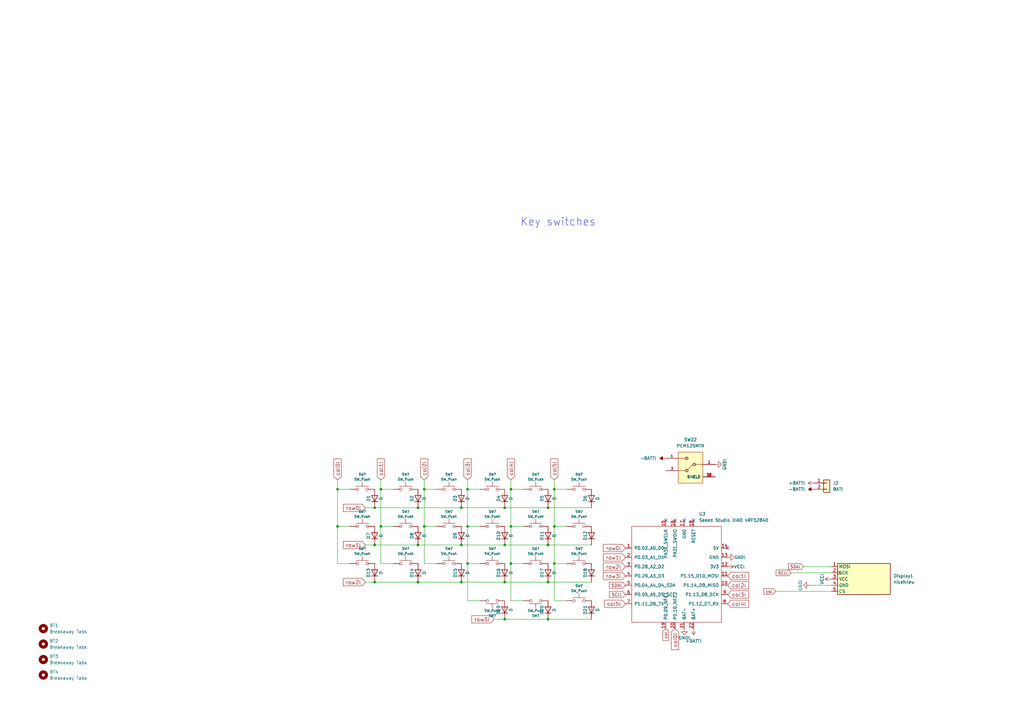
<source format=kicad_sch>
(kicad_sch
	(version 20231120)
	(generator "eeschema")
	(generator_version "8.0")
	(uuid "5d636ecb-124e-4eb3-8682-4273aa9c70aa")
	(paper "A3")
	(title_block
		(title "Corne Left")
		(date "2023-10-07")
		(rev "4.0.0")
		(company "foostan")
	)
	(lib_symbols
		(symbol "Connector_Generic:Conn_01x02"
			(pin_names
				(offset 1.016) hide)
			(exclude_from_sim no)
			(in_bom yes)
			(on_board yes)
			(property "Reference" "J"
				(at 0 2.54 0)
				(effects
					(font
						(size 1.27 1.27)
					)
				)
			)
			(property "Value" "Conn_01x02"
				(at 0 -5.08 0)
				(effects
					(font
						(size 1.27 1.27)
					)
				)
			)
			(property "Footprint" ""
				(at 0 0 0)
				(effects
					(font
						(size 1.27 1.27)
					)
					(hide yes)
				)
			)
			(property "Datasheet" "~"
				(at 0 0 0)
				(effects
					(font
						(size 1.27 1.27)
					)
					(hide yes)
				)
			)
			(property "Description" "Generic connector, single row, 01x02, script generated (kicad-library-utils/schlib/autogen/connector/)"
				(at 0 0 0)
				(effects
					(font
						(size 1.27 1.27)
					)
					(hide yes)
				)
			)
			(property "ki_keywords" "connector"
				(at 0 0 0)
				(effects
					(font
						(size 1.27 1.27)
					)
					(hide yes)
				)
			)
			(property "ki_fp_filters" "Connector*:*_1x??_*"
				(at 0 0 0)
				(effects
					(font
						(size 1.27 1.27)
					)
					(hide yes)
				)
			)
			(symbol "Conn_01x02_1_1"
				(rectangle
					(start -1.27 -2.413)
					(end 0 -2.667)
					(stroke
						(width 0.1524)
						(type default)
					)
					(fill
						(type none)
					)
				)
				(rectangle
					(start -1.27 0.127)
					(end 0 -0.127)
					(stroke
						(width 0.1524)
						(type default)
					)
					(fill
						(type none)
					)
				)
				(rectangle
					(start -1.27 1.27)
					(end 1.27 -3.81)
					(stroke
						(width 0.254)
						(type default)
					)
					(fill
						(type background)
					)
				)
				(pin passive line
					(at -5.08 0 0)
					(length 3.81)
					(name "Pin_1"
						(effects
							(font
								(size 1.27 1.27)
							)
						)
					)
					(number "1"
						(effects
							(font
								(size 1.27 1.27)
							)
						)
					)
				)
				(pin passive line
					(at -5.08 -2.54 0)
					(length 3.81)
					(name "Pin_2"
						(effects
							(font
								(size 1.27 1.27)
							)
						)
					)
					(number "2"
						(effects
							(font
								(size 1.27 1.27)
							)
						)
					)
				)
			)
		)
		(symbol "Device:D"
			(pin_numbers hide)
			(pin_names
				(offset 1.016) hide)
			(exclude_from_sim no)
			(in_bom yes)
			(on_board yes)
			(property "Reference" "D"
				(at 0 2.54 0)
				(effects
					(font
						(size 1.27 1.27)
					)
				)
			)
			(property "Value" "D"
				(at 0 -2.54 0)
				(effects
					(font
						(size 1.27 1.27)
					)
				)
			)
			(property "Footprint" ""
				(at 0 0 0)
				(effects
					(font
						(size 1.27 1.27)
					)
					(hide yes)
				)
			)
			(property "Datasheet" "~"
				(at 0 0 0)
				(effects
					(font
						(size 1.27 1.27)
					)
					(hide yes)
				)
			)
			(property "Description" "Diode"
				(at 0 0 0)
				(effects
					(font
						(size 1.27 1.27)
					)
					(hide yes)
				)
			)
			(property "ki_keywords" "diode"
				(at 0 0 0)
				(effects
					(font
						(size 1.27 1.27)
					)
					(hide yes)
				)
			)
			(property "ki_fp_filters" "TO-???* *_Diode_* *SingleDiode* D_*"
				(at 0 0 0)
				(effects
					(font
						(size 1.27 1.27)
					)
					(hide yes)
				)
			)
			(symbol "D_0_1"
				(polyline
					(pts
						(xy -1.27 1.27) (xy -1.27 -1.27)
					)
					(stroke
						(width 0.254)
						(type default)
					)
					(fill
						(type none)
					)
				)
				(polyline
					(pts
						(xy 1.27 0) (xy -1.27 0)
					)
					(stroke
						(width 0)
						(type default)
					)
					(fill
						(type none)
					)
				)
				(polyline
					(pts
						(xy 1.27 1.27) (xy 1.27 -1.27) (xy -1.27 0) (xy 1.27 1.27)
					)
					(stroke
						(width 0.254)
						(type default)
					)
					(fill
						(type none)
					)
				)
			)
			(symbol "D_1_1"
				(pin passive line
					(at -3.81 0 0)
					(length 2.54)
					(name "K"
						(effects
							(font
								(size 1.27 1.27)
							)
						)
					)
					(number "1"
						(effects
							(font
								(size 1.27 1.27)
							)
						)
					)
				)
				(pin passive line
					(at 3.81 0 180)
					(length 2.54)
					(name "A"
						(effects
							(font
								(size 1.27 1.27)
							)
						)
					)
					(number "2"
						(effects
							(font
								(size 1.27 1.27)
							)
						)
					)
				)
			)
		)
		(symbol "Mechanical:MountingHole"
			(pin_names
				(offset 1.016)
			)
			(exclude_from_sim no)
			(in_bom yes)
			(on_board yes)
			(property "Reference" "H"
				(at 0 5.08 0)
				(effects
					(font
						(size 1.27 1.27)
					)
				)
			)
			(property "Value" "MountingHole"
				(at 0 3.175 0)
				(effects
					(font
						(size 1.27 1.27)
					)
				)
			)
			(property "Footprint" ""
				(at 0 0 0)
				(effects
					(font
						(size 1.27 1.27)
					)
					(hide yes)
				)
			)
			(property "Datasheet" "~"
				(at 0 0 0)
				(effects
					(font
						(size 1.27 1.27)
					)
					(hide yes)
				)
			)
			(property "Description" "Mounting Hole without connection"
				(at 0 0 0)
				(effects
					(font
						(size 1.27 1.27)
					)
					(hide yes)
				)
			)
			(property "ki_keywords" "mounting hole"
				(at 0 0 0)
				(effects
					(font
						(size 1.27 1.27)
					)
					(hide yes)
				)
			)
			(property "ki_fp_filters" "MountingHole*"
				(at 0 0 0)
				(effects
					(font
						(size 1.27 1.27)
					)
					(hide yes)
				)
			)
			(symbol "MountingHole_0_1"
				(circle
					(center 0 0)
					(radius 1.27)
					(stroke
						(width 1.27)
						(type default)
					)
					(fill
						(type none)
					)
				)
			)
		)
		(symbol "PCM_PCM12SMTR:PCM12SMTR"
			(pin_names
				(offset 1.016)
			)
			(exclude_from_sim no)
			(in_bom yes)
			(on_board yes)
			(property "Reference" "SW"
				(at -5.0844 5.3386 0)
				(effects
					(font
						(size 1.27 1.27)
					)
					(justify left bottom)
				)
			)
			(property "Value" "PCM12SMTR"
				(at -5.1814 -9.6619 0)
				(effects
					(font
						(size 1.27 1.27)
					)
					(justify left bottom)
				)
			)
			(property "Footprint" "SW_PCM12SMTR"
				(at 0 0 0)
				(effects
					(font
						(size 1.27 1.27)
					)
					(justify bottom)
					(hide yes)
				)
			)
			(property "Datasheet" ""
				(at 0 0 0)
				(effects
					(font
						(size 1.27 1.27)
					)
					(hide yes)
				)
			)
			(property "Description" ""
				(at 0 0 0)
				(effects
					(font
						(size 1.27 1.27)
					)
					(hide yes)
				)
			)
			(property "STANDARD" "Manufacturer Recommendation"
				(at 0 0 0)
				(effects
					(font
						(size 1.27 1.27)
					)
					(justify bottom)
					(hide yes)
				)
			)
			(property "MANUFACTURER" "C&K"
				(at 0 0 0)
				(effects
					(font
						(size 1.27 1.27)
					)
					(justify bottom)
					(hide yes)
				)
			)
			(symbol "PCM12SMTR_0_0"
				(rectangle
					(start -5.08 -7.62)
					(end 5.08 5.08)
					(stroke
						(width 0.1524)
						(type default)
					)
					(fill
						(type background)
					)
				)
				(circle
					(center -1.524 -2.54)
					(radius 0.508)
					(stroke
						(width 0.254)
						(type default)
					)
					(fill
						(type none)
					)
				)
				(circle
					(center -1.524 2.54)
					(radius 0.508)
					(stroke
						(width 0.254)
						(type default)
					)
					(fill
						(type none)
					)
				)
				(polyline
					(pts
						(xy -5.08 -2.54) (xy -2.032 -2.54)
					)
					(stroke
						(width 0.1524)
						(type default)
					)
					(fill
						(type none)
					)
				)
				(polyline
					(pts
						(xy -5.08 2.54) (xy -1.524 2.54)
					)
					(stroke
						(width 0.1524)
						(type default)
					)
					(fill
						(type none)
					)
				)
				(polyline
					(pts
						(xy 1.016 0) (xy -1.27 -2.032)
					)
					(stroke
						(width 0.1524)
						(type default)
					)
					(fill
						(type none)
					)
				)
				(polyline
					(pts
						(xy 2.032 0) (xy 5.08 0)
					)
					(stroke
						(width 0.1524)
						(type default)
					)
					(fill
						(type none)
					)
				)
				(circle
					(center 1.524 0)
					(radius 0.508)
					(stroke
						(width 0.254)
						(type default)
					)
					(fill
						(type none)
					)
				)
				(pin passive line
					(at -10.16 2.54 0)
					(length 5.08)
					(name "~"
						(effects
							(font
								(size 1.016 1.016)
							)
						)
					)
					(number "1"
						(effects
							(font
								(size 1.016 1.016)
							)
						)
					)
				)
				(pin passive line
					(at 10.16 0 180)
					(length 5.08)
					(name "~"
						(effects
							(font
								(size 1.016 1.016)
							)
						)
					)
					(number "2"
						(effects
							(font
								(size 1.016 1.016)
							)
						)
					)
				)
				(pin passive line
					(at -10.16 -2.54 0)
					(length 5.08)
					(name "~"
						(effects
							(font
								(size 1.016 1.016)
							)
						)
					)
					(number "3"
						(effects
							(font
								(size 1.016 1.016)
							)
						)
					)
				)
				(pin passive line
					(at 10.16 -5.08 180)
					(length 5.08)
					(name "SHIELD"
						(effects
							(font
								(size 1.016 1.016)
							)
						)
					)
					(number "S1"
						(effects
							(font
								(size 1.016 1.016)
							)
						)
					)
				)
				(pin passive line
					(at 10.16 -5.08 180)
					(length 5.08)
					(name "SHIELD"
						(effects
							(font
								(size 1.016 1.016)
							)
						)
					)
					(number "S2"
						(effects
							(font
								(size 1.016 1.016)
							)
						)
					)
				)
				(pin passive line
					(at 10.16 -5.08 180)
					(length 5.08)
					(name "SHIELD"
						(effects
							(font
								(size 1.016 1.016)
							)
						)
					)
					(number "S3"
						(effects
							(font
								(size 1.016 1.016)
							)
						)
					)
				)
				(pin passive line
					(at 10.16 -5.08 180)
					(length 5.08)
					(name "SHIELD"
						(effects
							(font
								(size 1.016 1.016)
							)
						)
					)
					(number "S4"
						(effects
							(font
								(size 1.016 1.016)
							)
						)
					)
				)
			)
		)
		(symbol "PCM_nice_view:nice!view"
			(exclude_from_sim no)
			(in_bom yes)
			(on_board yes)
			(property "Reference" "Display"
				(at 0 12.7 0)
				(effects
					(font
						(size 1.27 1.27)
					)
					(justify bottom)
				)
			)
			(property "Value" "nice!view"
				(at 0 0 0)
				(effects
					(font
						(size 1.27 1.27)
					)
				)
			)
			(property "Footprint" "nice_view:nice_view"
				(at 0 16.51 0)
				(effects
					(font
						(size 1.27 1.27)
					)
					(hide yes)
				)
			)
			(property "Datasheet" "https://nicekeyboards.com/docs/nice-view/pinout-schematic"
				(at 2.54 -25.4 0)
				(effects
					(font
						(size 1.27 1.27)
					)
					(hide yes)
				)
			)
			(property "Description" "Sharp LS011B7DH03 Memory in Pixel 160x68"
				(at 0 0 0)
				(effects
					(font
						(size 1.27 1.27)
					)
					(hide yes)
				)
			)
			(property "ki_keywords" "display MIP 36x14"
				(at 0 0 0)
				(effects
					(font
						(size 1.27 1.27)
					)
					(hide yes)
				)
			)
			(property "ki_fp_filters" "nice*"
				(at 0 0 0)
				(effects
					(font
						(size 1.27 1.27)
					)
					(hide yes)
				)
			)
			(symbol "nice!view_0_1"
				(rectangle
					(start -6.35 11.43)
					(end 6.35 -10.16)
					(stroke
						(width 0.254)
						(type default)
					)
					(fill
						(type background)
					)
				)
			)
			(symbol "nice!view_1_1"
				(pin input line
					(at -5.08 -12.7 90)
					(length 2.54)
					(name "MOSI"
						(effects
							(font
								(size 1.27 1.27)
							)
						)
					)
					(number "1"
						(effects
							(font
								(size 1.27 1.27)
							)
						)
					)
				)
				(pin input clock
					(at -2.54 -12.7 90)
					(length 2.54)
					(name "SCK"
						(effects
							(font
								(size 1.27 1.27)
							)
						)
					)
					(number "2"
						(effects
							(font
								(size 1.27 1.27)
							)
						)
					)
				)
				(pin power_in line
					(at 0 -12.7 90)
					(length 2.54)
					(name "VCC"
						(effects
							(font
								(size 1.27 1.27)
							)
						)
					)
					(number "3"
						(effects
							(font
								(size 1.27 1.27)
							)
						)
					)
				)
				(pin power_out line
					(at 2.54 -12.7 90)
					(length 2.54)
					(name "GND"
						(effects
							(font
								(size 1.27 1.27)
							)
						)
					)
					(number "4"
						(effects
							(font
								(size 1.27 1.27)
							)
						)
					)
				)
				(pin passive line
					(at 5.08 -12.7 90)
					(length 2.54)
					(name "CS"
						(effects
							(font
								(size 1.27 1.27)
							)
						)
					)
					(number "5"
						(effects
							(font
								(size 1.27 1.27)
							)
						)
					)
				)
			)
		)
		(symbol "SW_Push_1"
			(pin_numbers hide)
			(pin_names
				(offset 1.016) hide)
			(exclude_from_sim no)
			(in_bom yes)
			(on_board yes)
			(property "Reference" "SW"
				(at 1.27 2.54 0)
				(effects
					(font
						(size 1.27 1.27)
					)
					(justify left)
				)
			)
			(property "Value" "SW_Push"
				(at 0 -1.524 0)
				(effects
					(font
						(size 1.27 1.27)
					)
				)
			)
			(property "Footprint" ""
				(at 0 5.08 0)
				(effects
					(font
						(size 1.27 1.27)
					)
					(hide yes)
				)
			)
			(property "Datasheet" "~"
				(at 0 5.08 0)
				(effects
					(font
						(size 1.27 1.27)
					)
					(hide yes)
				)
			)
			(property "Description" "Push button switch, generic, two pins"
				(at 0 0 0)
				(effects
					(font
						(size 1.27 1.27)
					)
					(hide yes)
				)
			)
			(property "ki_keywords" "switch normally-open pushbutton push-button"
				(at 0 0 0)
				(effects
					(font
						(size 1.27 1.27)
					)
					(hide yes)
				)
			)
			(symbol "SW_Push_1_0_1"
				(circle
					(center -2.032 0)
					(radius 0.508)
					(stroke
						(width 0)
						(type default)
					)
					(fill
						(type none)
					)
				)
				(polyline
					(pts
						(xy 0 1.27) (xy 0 3.048)
					)
					(stroke
						(width 0)
						(type default)
					)
					(fill
						(type none)
					)
				)
				(polyline
					(pts
						(xy 2.54 1.27) (xy -2.54 1.27)
					)
					(stroke
						(width 0)
						(type default)
					)
					(fill
						(type none)
					)
				)
				(circle
					(center 2.032 0)
					(radius 0.508)
					(stroke
						(width 0)
						(type default)
					)
					(fill
						(type none)
					)
				)
				(pin passive line
					(at -5.08 0 0)
					(length 2.54)
					(name "1"
						(effects
							(font
								(size 1.27 1.27)
							)
						)
					)
					(number "1"
						(effects
							(font
								(size 1.27 1.27)
							)
						)
					)
				)
				(pin passive line
					(at 5.08 0 180)
					(length 2.54)
					(name "2"
						(effects
							(font
								(size 1.27 1.27)
							)
						)
					)
					(number "2"
						(effects
							(font
								(size 1.27 1.27)
							)
						)
					)
				)
			)
		)
		(symbol "Switch:SW_Push"
			(pin_numbers hide)
			(pin_names
				(offset 1.016) hide)
			(exclude_from_sim no)
			(in_bom yes)
			(on_board yes)
			(property "Reference" "SW"
				(at 1.27 2.54 0)
				(effects
					(font
						(size 1.27 1.27)
					)
					(justify left)
				)
			)
			(property "Value" "SW_Push"
				(at 0 -1.524 0)
				(effects
					(font
						(size 1.27 1.27)
					)
				)
			)
			(property "Footprint" ""
				(at 0 5.08 0)
				(effects
					(font
						(size 1.27 1.27)
					)
					(hide yes)
				)
			)
			(property "Datasheet" "~"
				(at 0 5.08 0)
				(effects
					(font
						(size 1.27 1.27)
					)
					(hide yes)
				)
			)
			(property "Description" "Push button switch, generic, two pins"
				(at 0 0 0)
				(effects
					(font
						(size 1.27 1.27)
					)
					(hide yes)
				)
			)
			(property "ki_keywords" "switch normally-open pushbutton push-button"
				(at 0 0 0)
				(effects
					(font
						(size 1.27 1.27)
					)
					(hide yes)
				)
			)
			(symbol "SW_Push_0_1"
				(circle
					(center -2.032 0)
					(radius 0.508)
					(stroke
						(width 0)
						(type default)
					)
					(fill
						(type none)
					)
				)
				(polyline
					(pts
						(xy 0 1.27) (xy 0 3.048)
					)
					(stroke
						(width 0)
						(type default)
					)
					(fill
						(type none)
					)
				)
				(polyline
					(pts
						(xy 2.54 1.27) (xy -2.54 1.27)
					)
					(stroke
						(width 0)
						(type default)
					)
					(fill
						(type none)
					)
				)
				(circle
					(center 2.032 0)
					(radius 0.508)
					(stroke
						(width 0)
						(type default)
					)
					(fill
						(type none)
					)
				)
				(pin passive line
					(at -5.08 0 0)
					(length 2.54)
					(name "1"
						(effects
							(font
								(size 1.27 1.27)
							)
						)
					)
					(number "1"
						(effects
							(font
								(size 1.27 1.27)
							)
						)
					)
				)
				(pin passive line
					(at 5.08 0 180)
					(length 2.54)
					(name "2"
						(effects
							(font
								(size 1.27 1.27)
							)
						)
					)
					(number "2"
						(effects
							(font
								(size 1.27 1.27)
							)
						)
					)
				)
			)
		)
		(symbol "Xiao:Seeed Studio XIAO nRF52840"
			(pin_names
				(offset 1.016)
			)
			(exclude_from_sim no)
			(in_bom yes)
			(on_board yes)
			(property "Reference" "U"
				(at -19.05 24.13 0)
				(effects
					(font
						(size 1.27 1.27)
					)
				)
			)
			(property "Value" "Seeed Studio XIAO nRF52840"
				(at -5.08 21.59 0)
				(effects
					(font
						(size 1.27 1.27)
					)
				)
			)
			(property "Footprint" "Seeed Studio XIAO Series Library:XIAO-nRF52840-Sense-14P-2.54-21X17.8MM"
				(at -8.89 5.08 0)
				(effects
					(font
						(size 1.27 1.27)
					)
					(hide yes)
				)
			)
			(property "Datasheet" ""
				(at -8.89 5.08 0)
				(effects
					(font
						(size 1.27 1.27)
					)
					(hide yes)
				)
			)
			(property "Description" ""
				(at 0 0 0)
				(effects
					(font
						(size 1.27 1.27)
					)
					(hide yes)
				)
			)
			(symbol "Seeed Studio XIAO nRF52840_0_1"
				(rectangle
					(start -19.05 20.32)
					(end 17.78 -19.05)
					(stroke
						(width 0)
						(type default)
					)
					(fill
						(type none)
					)
				)
			)
			(symbol "Seeed Studio XIAO nRF52840_1_1"
				(pin bidirectional line
					(at -21.59 11.43 0)
					(length 2.54)
					(name "P0.02_A0_D0"
						(effects
							(font
								(size 1.27 1.27)
							)
						)
					)
					(number "1"
						(effects
							(font
								(size 1.27 1.27)
							)
						)
					)
				)
				(pin bidirectional line
					(at 20.32 -3.81 180)
					(length 2.54)
					(name "P1.14_D9_MISO"
						(effects
							(font
								(size 1.27 1.27)
							)
						)
					)
					(number "10"
						(effects
							(font
								(size 1.27 1.27)
							)
						)
					)
				)
				(pin bidirectional line
					(at 20.32 0 180)
					(length 2.54)
					(name "P1.15_D10_MOSI"
						(effects
							(font
								(size 1.27 1.27)
							)
						)
					)
					(number "11"
						(effects
							(font
								(size 1.27 1.27)
							)
						)
					)
				)
				(pin power_in line
					(at 20.32 3.81 180)
					(length 2.54)
					(name "3V3"
						(effects
							(font
								(size 1.27 1.27)
							)
						)
					)
					(number "12"
						(effects
							(font
								(size 1.27 1.27)
							)
						)
					)
				)
				(pin power_in line
					(at 20.32 7.62 180)
					(length 2.54)
					(name "GND"
						(effects
							(font
								(size 1.27 1.27)
							)
						)
					)
					(number "13"
						(effects
							(font
								(size 1.27 1.27)
							)
						)
					)
				)
				(pin power_in line
					(at 20.32 11.43 180)
					(length 2.54)
					(name "5V"
						(effects
							(font
								(size 1.27 1.27)
							)
						)
					)
					(number "14"
						(effects
							(font
								(size 1.27 1.27)
							)
						)
					)
				)
				(pin input line
					(at -5.08 22.86 270)
					(length 2.54)
					(name "PA30_SWCLK"
						(effects
							(font
								(size 1.27 1.27)
							)
						)
					)
					(number "15"
						(effects
							(font
								(size 1.27 1.27)
							)
						)
					)
				)
				(pin bidirectional line
					(at -1.27 22.86 270)
					(length 2.54)
					(name "PA31_SWDIO"
						(effects
							(font
								(size 1.27 1.27)
							)
						)
					)
					(number "16"
						(effects
							(font
								(size 1.27 1.27)
							)
						)
					)
				)
				(pin power_in line
					(at 2.54 22.86 270)
					(length 2.54)
					(name "GND"
						(effects
							(font
								(size 1.27 1.27)
							)
						)
					)
					(number "17"
						(effects
							(font
								(size 1.27 1.27)
							)
						)
					)
				)
				(pin input line
					(at 6.35 22.86 270)
					(length 2.54)
					(name "RESET"
						(effects
							(font
								(size 1.27 1.27)
							)
						)
					)
					(number "18"
						(effects
							(font
								(size 1.27 1.27)
							)
						)
					)
				)
				(pin bidirectional line
					(at -5.08 -21.59 90)
					(length 2.54)
					(name "P0.09_NFC1"
						(effects
							(font
								(size 1.27 1.27)
							)
						)
					)
					(number "19"
						(effects
							(font
								(size 1.27 1.27)
							)
						)
					)
				)
				(pin bidirectional line
					(at -21.59 7.62 0)
					(length 2.54)
					(name "P0.03_A1_D1"
						(effects
							(font
								(size 1.27 1.27)
							)
						)
					)
					(number "2"
						(effects
							(font
								(size 1.27 1.27)
							)
						)
					)
				)
				(pin bidirectional line
					(at -1.27 -21.59 90)
					(length 2.54)
					(name "P0.10_NFC2"
						(effects
							(font
								(size 1.27 1.27)
							)
						)
					)
					(number "20"
						(effects
							(font
								(size 1.27 1.27)
							)
						)
					)
				)
				(pin power_in line
					(at 2.54 -21.59 90)
					(length 2.54)
					(name "BAT-"
						(effects
							(font
								(size 1.27 1.27)
							)
						)
					)
					(number "21"
						(effects
							(font
								(size 1.27 1.27)
							)
						)
					)
				)
				(pin power_in line
					(at 6.35 -21.59 90)
					(length 2.54)
					(name "BAT+"
						(effects
							(font
								(size 1.27 1.27)
							)
						)
					)
					(number "22"
						(effects
							(font
								(size 1.27 1.27)
							)
						)
					)
				)
				(pin bidirectional line
					(at -21.59 3.81 0)
					(length 2.54)
					(name "P0.28_A2_D2"
						(effects
							(font
								(size 1.27 1.27)
							)
						)
					)
					(number "3"
						(effects
							(font
								(size 1.27 1.27)
							)
						)
					)
				)
				(pin bidirectional line
					(at -21.59 0 0)
					(length 2.54)
					(name "P0.29_A3_D3"
						(effects
							(font
								(size 1.27 1.27)
							)
						)
					)
					(number "4"
						(effects
							(font
								(size 1.27 1.27)
							)
						)
					)
				)
				(pin bidirectional line
					(at -21.59 -3.81 0)
					(length 2.54)
					(name "P0.04_A4_D4_SDA"
						(effects
							(font
								(size 1.27 1.27)
							)
						)
					)
					(number "5"
						(effects
							(font
								(size 1.27 1.27)
							)
						)
					)
				)
				(pin bidirectional line
					(at -21.59 -7.62 0)
					(length 2.54)
					(name "P0.05_A5_D5_SCL"
						(effects
							(font
								(size 1.27 1.27)
							)
						)
					)
					(number "6"
						(effects
							(font
								(size 1.27 1.27)
							)
						)
					)
				)
				(pin bidirectional line
					(at -21.59 -11.43 0)
					(length 2.54)
					(name "P1.11_D6_TX"
						(effects
							(font
								(size 1.27 1.27)
							)
						)
					)
					(number "7"
						(effects
							(font
								(size 1.27 1.27)
							)
						)
					)
				)
				(pin bidirectional line
					(at 20.32 -11.43 180)
					(length 2.54)
					(name "P1.12_D7_RX"
						(effects
							(font
								(size 1.27 1.27)
							)
						)
					)
					(number "8"
						(effects
							(font
								(size 1.27 1.27)
							)
						)
					)
				)
				(pin bidirectional line
					(at 20.32 -7.62 180)
					(length 2.54)
					(name "P1.13_D8_SCK"
						(effects
							(font
								(size 1.27 1.27)
							)
						)
					)
					(number "9"
						(effects
							(font
								(size 1.27 1.27)
							)
						)
					)
				)
			)
		)
		(symbol "power:+BATT"
			(power)
			(pin_numbers hide)
			(pin_names
				(offset 0) hide)
			(exclude_from_sim no)
			(in_bom yes)
			(on_board yes)
			(property "Reference" "#PWR"
				(at 0 -3.81 0)
				(effects
					(font
						(size 1.27 1.27)
					)
					(hide yes)
				)
			)
			(property "Value" "+BATT"
				(at 0 3.556 0)
				(effects
					(font
						(size 1.27 1.27)
					)
				)
			)
			(property "Footprint" ""
				(at 0 0 0)
				(effects
					(font
						(size 1.27 1.27)
					)
					(hide yes)
				)
			)
			(property "Datasheet" ""
				(at 0 0 0)
				(effects
					(font
						(size 1.27 1.27)
					)
					(hide yes)
				)
			)
			(property "Description" "Power symbol creates a global label with name \"+BATT\""
				(at 0 0 0)
				(effects
					(font
						(size 1.27 1.27)
					)
					(hide yes)
				)
			)
			(property "ki_keywords" "global power battery"
				(at 0 0 0)
				(effects
					(font
						(size 1.27 1.27)
					)
					(hide yes)
				)
			)
			(symbol "+BATT_0_1"
				(polyline
					(pts
						(xy -0.762 1.27) (xy 0 2.54)
					)
					(stroke
						(width 0)
						(type default)
					)
					(fill
						(type none)
					)
				)
				(polyline
					(pts
						(xy 0 0) (xy 0 2.54)
					)
					(stroke
						(width 0)
						(type default)
					)
					(fill
						(type none)
					)
				)
				(polyline
					(pts
						(xy 0 2.54) (xy 0.762 1.27)
					)
					(stroke
						(width 0)
						(type default)
					)
					(fill
						(type none)
					)
				)
			)
			(symbol "+BATT_1_1"
				(pin power_in line
					(at 0 0 90)
					(length 0)
					(name "~"
						(effects
							(font
								(size 1.27 1.27)
							)
						)
					)
					(number "1"
						(effects
							(font
								(size 1.27 1.27)
							)
						)
					)
				)
			)
		)
		(symbol "power:-BATT"
			(power)
			(pin_numbers hide)
			(pin_names
				(offset 0) hide)
			(exclude_from_sim no)
			(in_bom yes)
			(on_board yes)
			(property "Reference" "#PWR"
				(at 0 -3.81 0)
				(effects
					(font
						(size 1.27 1.27)
					)
					(hide yes)
				)
			)
			(property "Value" "-BATT"
				(at 0 3.556 0)
				(effects
					(font
						(size 1.27 1.27)
					)
				)
			)
			(property "Footprint" ""
				(at 0 0 0)
				(effects
					(font
						(size 1.27 1.27)
					)
					(hide yes)
				)
			)
			(property "Datasheet" ""
				(at 0 0 0)
				(effects
					(font
						(size 1.27 1.27)
					)
					(hide yes)
				)
			)
			(property "Description" "Power symbol creates a global label with name \"-BATT\""
				(at 0 0 0)
				(effects
					(font
						(size 1.27 1.27)
					)
					(hide yes)
				)
			)
			(property "ki_keywords" "global power battery"
				(at 0 0 0)
				(effects
					(font
						(size 1.27 1.27)
					)
					(hide yes)
				)
			)
			(symbol "-BATT_0_1"
				(polyline
					(pts
						(xy 0 0) (xy 0 2.54)
					)
					(stroke
						(width 0)
						(type default)
					)
					(fill
						(type none)
					)
				)
				(polyline
					(pts
						(xy 0.762 1.27) (xy -0.762 1.27) (xy 0 2.54) (xy 0.762 1.27)
					)
					(stroke
						(width 0)
						(type default)
					)
					(fill
						(type outline)
					)
				)
			)
			(symbol "-BATT_1_1"
				(pin power_in line
					(at 0 0 90)
					(length 0)
					(name "~"
						(effects
							(font
								(size 1.27 1.27)
							)
						)
					)
					(number "1"
						(effects
							(font
								(size 1.27 1.27)
							)
						)
					)
				)
			)
		)
		(symbol "power:GND"
			(power)
			(pin_names
				(offset 0)
			)
			(exclude_from_sim no)
			(in_bom yes)
			(on_board yes)
			(property "Reference" "#PWR"
				(at 0 -6.35 0)
				(effects
					(font
						(size 1.27 1.27)
					)
					(hide yes)
				)
			)
			(property "Value" "GND"
				(at 0 -3.81 0)
				(effects
					(font
						(size 1.27 1.27)
					)
				)
			)
			(property "Footprint" ""
				(at 0 0 0)
				(effects
					(font
						(size 1.27 1.27)
					)
					(hide yes)
				)
			)
			(property "Datasheet" ""
				(at 0 0 0)
				(effects
					(font
						(size 1.27 1.27)
					)
					(hide yes)
				)
			)
			(property "Description" "Power symbol creates a global label with name \"GND\" , ground"
				(at 0 0 0)
				(effects
					(font
						(size 1.27 1.27)
					)
					(hide yes)
				)
			)
			(property "ki_keywords" "global power"
				(at 0 0 0)
				(effects
					(font
						(size 1.27 1.27)
					)
					(hide yes)
				)
			)
			(symbol "GND_0_1"
				(polyline
					(pts
						(xy 0 0) (xy 0 -1.27) (xy 1.27 -1.27) (xy 0 -2.54) (xy -1.27 -1.27) (xy 0 -1.27)
					)
					(stroke
						(width 0)
						(type default)
					)
					(fill
						(type none)
					)
				)
			)
			(symbol "GND_1_1"
				(pin power_in line
					(at 0 0 270)
					(length 0) hide
					(name "GND"
						(effects
							(font
								(size 1.27 1.27)
							)
						)
					)
					(number "1"
						(effects
							(font
								(size 1.27 1.27)
							)
						)
					)
				)
			)
		)
		(symbol "power:VCC"
			(power)
			(pin_names
				(offset 0)
			)
			(exclude_from_sim no)
			(in_bom yes)
			(on_board yes)
			(property "Reference" "#PWR"
				(at 0 -3.81 0)
				(effects
					(font
						(size 1.27 1.27)
					)
					(hide yes)
				)
			)
			(property "Value" "VCC"
				(at 0 3.81 0)
				(effects
					(font
						(size 1.27 1.27)
					)
				)
			)
			(property "Footprint" ""
				(at 0 0 0)
				(effects
					(font
						(size 1.27 1.27)
					)
					(hide yes)
				)
			)
			(property "Datasheet" ""
				(at 0 0 0)
				(effects
					(font
						(size 1.27 1.27)
					)
					(hide yes)
				)
			)
			(property "Description" "Power symbol creates a global label with name \"VCC\""
				(at 0 0 0)
				(effects
					(font
						(size 1.27 1.27)
					)
					(hide yes)
				)
			)
			(property "ki_keywords" "global power"
				(at 0 0 0)
				(effects
					(font
						(size 1.27 1.27)
					)
					(hide yes)
				)
			)
			(symbol "VCC_0_1"
				(polyline
					(pts
						(xy -0.762 1.27) (xy 0 2.54)
					)
					(stroke
						(width 0)
						(type default)
					)
					(fill
						(type none)
					)
				)
				(polyline
					(pts
						(xy 0 0) (xy 0 2.54)
					)
					(stroke
						(width 0)
						(type default)
					)
					(fill
						(type none)
					)
				)
				(polyline
					(pts
						(xy 0 2.54) (xy 0.762 1.27)
					)
					(stroke
						(width 0)
						(type default)
					)
					(fill
						(type none)
					)
				)
			)
			(symbol "VCC_1_1"
				(pin power_in line
					(at 0 0 90)
					(length 0) hide
					(name "VCC"
						(effects
							(font
								(size 1.27 1.27)
							)
						)
					)
					(number "1"
						(effects
							(font
								(size 1.27 1.27)
							)
						)
					)
				)
			)
		)
	)
	(junction
		(at 191.77 231.14)
		(diameter 0)
		(color 0 0 0 0)
		(uuid "01828129-a2ac-4c0f-9da1-a55e02656163")
	)
	(junction
		(at 224.79 208.28)
		(diameter 0)
		(color 0 0 0 0)
		(uuid "01fa8946-1e88-449b-a766-005638d8ff8a")
	)
	(junction
		(at 189.23 238.76)
		(diameter 0)
		(color 0 0 0 0)
		(uuid "24033efa-4ea9-4c23-86d3-79a666f6ebba")
	)
	(junction
		(at 138.43 200.66)
		(diameter 0)
		(color 0 0 0 0)
		(uuid "35b565b4-585a-4ac2-8e3d-9124366f473b")
	)
	(junction
		(at 227.33 200.66)
		(diameter 0)
		(color 0 0 0 0)
		(uuid "38e70709-2d80-490a-bf30-322ff7e7b7ca")
	)
	(junction
		(at 207.01 238.76)
		(diameter 0)
		(color 0 0 0 0)
		(uuid "3bf9867d-5446-4de5-8af1-8fafed514cba")
	)
	(junction
		(at 227.33 231.14)
		(diameter 0)
		(color 0 0 0 0)
		(uuid "3dcb0216-5c9d-441f-ba87-06976a0756f5")
	)
	(junction
		(at 227.33 215.9)
		(diameter 0)
		(color 0 0 0 0)
		(uuid "3e2ca7b5-1496-4bee-986e-e96b84822f23")
	)
	(junction
		(at 209.55 231.14)
		(diameter 0)
		(color 0 0 0 0)
		(uuid "431dce8e-354e-43c9-b9cb-f371e06f3901")
	)
	(junction
		(at 224.79 238.76)
		(diameter 0)
		(color 0 0 0 0)
		(uuid "4b5c6fb8-cf3a-4a1f-a951-62c71098648c")
	)
	(junction
		(at 156.21 215.9)
		(diameter 0)
		(color 0 0 0 0)
		(uuid "5f4e0c8f-f231-42bb-8a4a-155dcb408bac")
	)
	(junction
		(at 173.99 200.66)
		(diameter 0)
		(color 0 0 0 0)
		(uuid "67b8ca98-f34b-4d43-ab3d-a5cbcea2d589")
	)
	(junction
		(at 156.21 200.66)
		(diameter 0)
		(color 0 0 0 0)
		(uuid "726e7809-9483-49ee-b018-2d0e781eb411")
	)
	(junction
		(at 173.99 215.9)
		(diameter 0)
		(color 0 0 0 0)
		(uuid "7753df05-2564-4da9-8b43-b12d45774052")
	)
	(junction
		(at 224.79 223.52)
		(diameter 0)
		(color 0 0 0 0)
		(uuid "7ef480f1-494d-4677-aaeb-614b1a0ea4a0")
	)
	(junction
		(at 171.45 238.76)
		(diameter 0)
		(color 0 0 0 0)
		(uuid "7ff41120-01c3-4a89-8d79-dabb181f9052")
	)
	(junction
		(at 191.77 200.66)
		(diameter 0)
		(color 0 0 0 0)
		(uuid "898d1361-9e74-4c49-8c2e-87e29d7f6463")
	)
	(junction
		(at 207.01 208.28)
		(diameter 0)
		(color 0 0 0 0)
		(uuid "a8b03a9a-f093-46be-9d6a-1f1605812c8a")
	)
	(junction
		(at 207.01 254)
		(diameter 0)
		(color 0 0 0 0)
		(uuid "aea7cab9-bee9-4de8-bfdd-5726ca1122f4")
	)
	(junction
		(at 171.45 223.52)
		(diameter 0)
		(color 0 0 0 0)
		(uuid "baf52c12-197a-4645-9d16-2b2beea3d7e1")
	)
	(junction
		(at 189.23 223.52)
		(diameter 0)
		(color 0 0 0 0)
		(uuid "bc11ebcd-aeaa-498a-ab74-32e9aedd115f")
	)
	(junction
		(at 189.23 208.28)
		(diameter 0)
		(color 0 0 0 0)
		(uuid "bcfc275f-293b-4cb8-9f6a-6d2c01bb16af")
	)
	(junction
		(at 171.45 208.28)
		(diameter 0)
		(color 0 0 0 0)
		(uuid "c51666fb-939b-4952-959c-ae83b55e6e4e")
	)
	(junction
		(at 207.01 223.52)
		(diameter 0)
		(color 0 0 0 0)
		(uuid "c7662d6a-72b7-4790-89ec-3201d23528ad")
	)
	(junction
		(at 153.67 223.52)
		(diameter 0)
		(color 0 0 0 0)
		(uuid "d700f6df-a53b-4d8e-919b-0102c6807ddd")
	)
	(junction
		(at 209.55 215.9)
		(diameter 0)
		(color 0 0 0 0)
		(uuid "dbd082dd-8c6a-417a-8af3-277e136b8383")
	)
	(junction
		(at 153.67 208.28)
		(diameter 0)
		(color 0 0 0 0)
		(uuid "dd7c732c-99f7-40e8-8fca-380de01481e4")
	)
	(junction
		(at 138.43 215.9)
		(diameter 0)
		(color 0 0 0 0)
		(uuid "dea6c29f-a97b-485b-942a-1a886a02b33d")
	)
	(junction
		(at 153.67 238.76)
		(diameter 0)
		(color 0 0 0 0)
		(uuid "dfbc6c84-0db9-478d-bd32-26d9af687e07")
	)
	(junction
		(at 224.79 254)
		(diameter 0)
		(color 0 0 0 0)
		(uuid "eca8d4f4-ba75-4650-9d9d-95fc020caba4")
	)
	(junction
		(at 209.55 200.66)
		(diameter 0)
		(color 0 0 0 0)
		(uuid "f5b7888c-6f66-463c-9726-a6c240961033")
	)
	(junction
		(at 191.77 215.9)
		(diameter 0)
		(color 0 0 0 0)
		(uuid "fbcbb4ab-5ce3-42ef-bcdd-36daff7f888c")
	)
	(no_connect
		(at 284.48 213.36)
		(uuid "1a015d8f-94a2-4bee-b066-0c0d941c23e6")
	)
	(no_connect
		(at 298.45 224.79)
		(uuid "1fa490e5-9437-4ee4-a0f3-e708030e2827")
	)
	(no_connect
		(at 276.86 213.36)
		(uuid "4a3c9311-aa3a-4418-b1e6-59683ed252cc")
	)
	(no_connect
		(at 280.67 213.36)
		(uuid "72299f6b-284f-4ef8-aa14-59f44ee60ff1")
	)
	(no_connect
		(at 273.05 213.36)
		(uuid "bf46f506-bbff-4aa4-8f65-53499f3529b2")
	)
	(wire
		(pts
			(xy 156.21 200.66) (xy 156.21 215.9)
		)
		(stroke
			(width 0)
			(type default)
		)
		(uuid "0bb04351-a870-42f7-8bdb-14e3667e5856")
	)
	(wire
		(pts
			(xy 207.01 238.76) (xy 224.79 238.76)
		)
		(stroke
			(width 0)
			(type default)
		)
		(uuid "10091679-f20f-4405-a60d-ae7de28a1ddb")
	)
	(wire
		(pts
			(xy 209.55 200.66) (xy 209.55 215.9)
		)
		(stroke
			(width 0)
			(type default)
		)
		(uuid "147b7f66-bd4e-40ac-978d-e30a68c1d7a3")
	)
	(wire
		(pts
			(xy 329.565 232.41) (xy 340.995 232.41)
		)
		(stroke
			(width 0)
			(type default)
		)
		(uuid "15a94450-2a0d-4cc3-b33b-731209e20492")
	)
	(wire
		(pts
			(xy 209.55 200.66) (xy 214.63 200.66)
		)
		(stroke
			(width 0)
			(type default)
		)
		(uuid "164551a5-4abf-417b-b0fe-6138aef67b17")
	)
	(wire
		(pts
			(xy 138.43 200.66) (xy 138.43 215.9)
		)
		(stroke
			(width 0)
			(type default)
		)
		(uuid "1a0b1556-ad49-4c80-8bdf-97f2b8d4fe57")
	)
	(wire
		(pts
			(xy 227.33 215.9) (xy 232.41 215.9)
		)
		(stroke
			(width 0)
			(type default)
		)
		(uuid "25eb1d1d-556e-45d4-a1c8-743c99222d27")
	)
	(wire
		(pts
			(xy 171.45 238.76) (xy 189.23 238.76)
		)
		(stroke
			(width 0)
			(type default)
		)
		(uuid "2a3ab2e5-a51a-44c6-bc23-f8e8ea60f151")
	)
	(wire
		(pts
			(xy 153.67 223.52) (xy 171.45 223.52)
		)
		(stroke
			(width 0)
			(type default)
		)
		(uuid "2e8bfdbd-5c80-4640-af64-89fc49317aaf")
	)
	(wire
		(pts
			(xy 224.79 208.28) (xy 242.57 208.28)
		)
		(stroke
			(width 0)
			(type default)
		)
		(uuid "312a78c7-af03-42c1-b8a1-0642a32afd6b")
	)
	(wire
		(pts
			(xy 191.77 200.66) (xy 191.77 215.9)
		)
		(stroke
			(width 0)
			(type default)
		)
		(uuid "317b743c-2f0f-4b9f-8bf9-65e46a83287e")
	)
	(wire
		(pts
			(xy 224.79 254) (xy 242.57 254)
		)
		(stroke
			(width 0)
			(type default)
		)
		(uuid "38b868ee-540d-4d33-8e77-aed72c87cc33")
	)
	(wire
		(pts
			(xy 227.33 231.14) (xy 227.33 246.38)
		)
		(stroke
			(width 0)
			(type default)
		)
		(uuid "393a1a8b-3358-4824-8e3c-2503f0b8c2d8")
	)
	(wire
		(pts
			(xy 171.45 208.28) (xy 189.23 208.28)
		)
		(stroke
			(width 0)
			(type default)
		)
		(uuid "3c6a839d-b0bb-4c85-b36e-071fd256cb2b")
	)
	(wire
		(pts
			(xy 191.77 231.14) (xy 191.77 246.38)
		)
		(stroke
			(width 0)
			(type default)
		)
		(uuid "3da27e86-569a-42b9-8885-ac4568e0511d")
	)
	(wire
		(pts
			(xy 224.79 238.76) (xy 242.57 238.76)
		)
		(stroke
			(width 0)
			(type default)
		)
		(uuid "3dbeac28-edbd-430d-aa90-8bc3d8810aeb")
	)
	(wire
		(pts
			(xy 156.21 231.14) (xy 161.29 231.14)
		)
		(stroke
			(width 0)
			(type default)
		)
		(uuid "3ff9105e-41f3-4273-a657-6326b886b378")
	)
	(wire
		(pts
			(xy 227.33 200.66) (xy 232.41 200.66)
		)
		(stroke
			(width 0)
			(type default)
		)
		(uuid "42520f5b-9d6a-4adc-a7c0-5623589902de")
	)
	(wire
		(pts
			(xy 149.86 238.76) (xy 153.67 238.76)
		)
		(stroke
			(width 0)
			(type default)
		)
		(uuid "4ff72dea-dc4f-4e5c-bf6e-be7bbc46eb9c")
	)
	(wire
		(pts
			(xy 227.33 200.66) (xy 227.33 215.9)
		)
		(stroke
			(width 0)
			(type default)
		)
		(uuid "51a4c0ed-d1cc-4e79-a375-88da72b1c89b")
	)
	(wire
		(pts
			(xy 189.23 223.52) (xy 207.01 223.52)
		)
		(stroke
			(width 0)
			(type default)
		)
		(uuid "533a0150-2393-4096-af76-bdbb90a27f06")
	)
	(wire
		(pts
			(xy 173.99 231.14) (xy 179.07 231.14)
		)
		(stroke
			(width 0)
			(type default)
		)
		(uuid "536108a4-a7a9-4744-96a1-5a44f95f9a2b")
	)
	(wire
		(pts
			(xy 156.21 196.85) (xy 156.21 200.66)
		)
		(stroke
			(width 0)
			(type default)
		)
		(uuid "55f378f4-c1d7-4552-8f35-bbecf2b30751")
	)
	(wire
		(pts
			(xy 153.67 238.76) (xy 171.45 238.76)
		)
		(stroke
			(width 0)
			(type default)
		)
		(uuid "58783db8-9c5a-40b0-ad3c-9594ade93b6e")
	)
	(wire
		(pts
			(xy 191.77 215.9) (xy 196.85 215.9)
		)
		(stroke
			(width 0)
			(type default)
		)
		(uuid "593c2b2f-7da1-4698-9210-aee6308d0f06")
	)
	(wire
		(pts
			(xy 173.99 196.85) (xy 173.99 200.66)
		)
		(stroke
			(width 0)
			(type default)
		)
		(uuid "60650f2d-286a-4a41-b03c-0390e3d40c88")
	)
	(wire
		(pts
			(xy 156.21 200.66) (xy 161.29 200.66)
		)
		(stroke
			(width 0)
			(type default)
		)
		(uuid "61e2d744-0222-4ba0-8e5f-76c8f8a28ebb")
	)
	(wire
		(pts
			(xy 332.105 240.03) (xy 340.995 240.03)
		)
		(stroke
			(width 0)
			(type default)
		)
		(uuid "621ad724-a150-4073-82e5-18b6b984efd7")
	)
	(wire
		(pts
			(xy 209.55 246.38) (xy 214.63 246.38)
		)
		(stroke
			(width 0)
			(type default)
		)
		(uuid "6883ab54-1b9f-4ea9-9fc7-4abb50d64888")
	)
	(wire
		(pts
			(xy 173.99 215.9) (xy 179.07 215.9)
		)
		(stroke
			(width 0)
			(type default)
		)
		(uuid "6ce92e17-b788-4d02-a920-c862b8d61b34")
	)
	(wire
		(pts
			(xy 191.77 246.38) (xy 196.85 246.38)
		)
		(stroke
			(width 0)
			(type default)
		)
		(uuid "6e1561ce-4178-40ee-ba05-3179794b625d")
	)
	(wire
		(pts
			(xy 149.86 223.52) (xy 153.67 223.52)
		)
		(stroke
			(width 0)
			(type default)
		)
		(uuid "78975570-387c-482c-a403-ee00cdc30c24")
	)
	(wire
		(pts
			(xy 191.77 200.66) (xy 196.85 200.66)
		)
		(stroke
			(width 0)
			(type default)
		)
		(uuid "7a11a7b0-2961-461a-bb20-a02e44ae3185")
	)
	(wire
		(pts
			(xy 156.21 215.9) (xy 161.29 215.9)
		)
		(stroke
			(width 0)
			(type default)
		)
		(uuid "7c5ddae2-d58b-4645-aeac-d05a014695ff")
	)
	(wire
		(pts
			(xy 209.55 231.14) (xy 209.55 246.38)
		)
		(stroke
			(width 0)
			(type default)
		)
		(uuid "817e6e1b-1bf5-4573-983a-8d6dd0d6db1c")
	)
	(wire
		(pts
			(xy 138.43 215.9) (xy 143.51 215.9)
		)
		(stroke
			(width 0)
			(type default)
		)
		(uuid "820874f0-f402-4fbc-9829-59ea0349fac2")
	)
	(wire
		(pts
			(xy 227.33 246.38) (xy 232.41 246.38)
		)
		(stroke
			(width 0)
			(type default)
		)
		(uuid "82a15f36-9ed5-4d9d-b802-7e09780bebef")
	)
	(wire
		(pts
			(xy 227.33 196.85) (xy 227.33 200.66)
		)
		(stroke
			(width 0)
			(type default)
		)
		(uuid "82b196b0-612c-49a8-8a50-228cd3c9eddd")
	)
	(wire
		(pts
			(xy 227.33 215.9) (xy 227.33 231.14)
		)
		(stroke
			(width 0)
			(type default)
		)
		(uuid "84bf3a8e-ecfe-48fb-96ae-e3cbdabc383b")
	)
	(wire
		(pts
			(xy 173.99 215.9) (xy 173.99 231.14)
		)
		(stroke
			(width 0)
			(type default)
		)
		(uuid "871ce568-7ca6-4456-8289-d682310ae348")
	)
	(wire
		(pts
			(xy 207.01 223.52) (xy 224.79 223.52)
		)
		(stroke
			(width 0)
			(type default)
		)
		(uuid "8789b7d5-db45-4044-8d62-c95ce9f7d5cd")
	)
	(wire
		(pts
			(xy 153.67 208.28) (xy 171.45 208.28)
		)
		(stroke
			(width 0)
			(type default)
		)
		(uuid "880e667b-fa48-44e1-9425-3820aa88d742")
	)
	(wire
		(pts
			(xy 207.01 254) (xy 224.79 254)
		)
		(stroke
			(width 0)
			(type default)
		)
		(uuid "8a7f4e81-e7ef-433c-880c-3e95c1241637")
	)
	(wire
		(pts
			(xy 318.135 242.57) (xy 340.995 242.57)
		)
		(stroke
			(width 0)
			(type default)
		)
		(uuid "8c562d04-36ff-4985-847e-323004532472")
	)
	(wire
		(pts
			(xy 138.43 196.85) (xy 138.43 200.66)
		)
		(stroke
			(width 0)
			(type default)
		)
		(uuid "9850b12f-15d0-430b-8a29-4e34d16deb2b")
	)
	(wire
		(pts
			(xy 189.23 238.76) (xy 207.01 238.76)
		)
		(stroke
			(width 0)
			(type default)
		)
		(uuid "a1755694-bf28-4764-a58a-36ca17ad28c6")
	)
	(wire
		(pts
			(xy 171.45 223.52) (xy 189.23 223.52)
		)
		(stroke
			(width 0)
			(type default)
		)
		(uuid "a188c7b7-dc19-4cf2-9cb7-e31705807940")
	)
	(wire
		(pts
			(xy 138.43 231.14) (xy 143.51 231.14)
		)
		(stroke
			(width 0)
			(type default)
		)
		(uuid "a3b524bd-ba83-4e47-a5d4-4a454736c4c5")
	)
	(wire
		(pts
			(xy 138.43 200.66) (xy 143.51 200.66)
		)
		(stroke
			(width 0)
			(type default)
		)
		(uuid "a86b4d40-beb6-496a-bea5-162e03d6ad03")
	)
	(wire
		(pts
			(xy 227.33 231.14) (xy 232.41 231.14)
		)
		(stroke
			(width 0)
			(type default)
		)
		(uuid "ade1a7d4-efb4-4756-b077-be43e8025bda")
	)
	(wire
		(pts
			(xy 191.77 196.85) (xy 191.77 200.66)
		)
		(stroke
			(width 0)
			(type default)
		)
		(uuid "b0bac9d5-6a95-4071-83d6-1323586478ec")
	)
	(wire
		(pts
			(xy 191.77 215.9) (xy 191.77 231.14)
		)
		(stroke
			(width 0)
			(type default)
		)
		(uuid "b0c3e8c2-03c4-44c3-bfaa-a92d30c31935")
	)
	(wire
		(pts
			(xy 173.99 200.66) (xy 173.99 215.9)
		)
		(stroke
			(width 0)
			(type default)
		)
		(uuid "bdc8bd82-cc50-493f-9c09-f33b0a4957d6")
	)
	(wire
		(pts
			(xy 149.86 208.28) (xy 153.67 208.28)
		)
		(stroke
			(width 0)
			(type default)
		)
		(uuid "c053a8e1-9852-4299-a0ff-b1f8d0b18909")
	)
	(wire
		(pts
			(xy 202.565 254) (xy 207.01 254)
		)
		(stroke
			(width 0)
			(type default)
		)
		(uuid "c567ebc5-9a1b-4675-bdec-e4746fc3e0dc")
	)
	(wire
		(pts
			(xy 209.55 231.14) (xy 214.63 231.14)
		)
		(stroke
			(width 0)
			(type default)
		)
		(uuid "c8420d29-11f9-428d-8c2a-67aa6c61f794")
	)
	(wire
		(pts
			(xy 191.77 231.14) (xy 196.85 231.14)
		)
		(stroke
			(width 0)
			(type default)
		)
		(uuid "c8478abe-7cad-4dca-9285-8666f3b42023")
	)
	(wire
		(pts
			(xy 207.01 208.28) (xy 224.79 208.28)
		)
		(stroke
			(width 0)
			(type default)
		)
		(uuid "c9cffe50-7401-4636-842a-b199523aba0e")
	)
	(wire
		(pts
			(xy 173.99 200.66) (xy 179.07 200.66)
		)
		(stroke
			(width 0)
			(type default)
		)
		(uuid "ccda43ff-a42d-48e1-97e7-7568da608954")
	)
	(wire
		(pts
			(xy 209.55 196.85) (xy 209.55 200.66)
		)
		(stroke
			(width 0)
			(type default)
		)
		(uuid "d278d8ed-6b73-4d19-bc7a-4ec515d54e32")
	)
	(wire
		(pts
			(xy 189.23 208.28) (xy 207.01 208.28)
		)
		(stroke
			(width 0)
			(type default)
		)
		(uuid "d73bacae-1b89-4732-9b2c-fc3f29bf1e5d")
	)
	(wire
		(pts
			(xy 209.55 215.9) (xy 209.55 231.14)
		)
		(stroke
			(width 0)
			(type default)
		)
		(uuid "d889b1f6-1504-4a6a-812e-e19d0d4dfc0c")
	)
	(wire
		(pts
			(xy 209.55 215.9) (xy 214.63 215.9)
		)
		(stroke
			(width 0)
			(type default)
		)
		(uuid "daa866c1-28c7-4572-baa6-15e55943b9fb")
	)
	(wire
		(pts
			(xy 156.21 215.9) (xy 156.21 231.14)
		)
		(stroke
			(width 0)
			(type default)
		)
		(uuid "daee6c17-5bad-4b9b-92ac-2fbc2e028d52")
	)
	(wire
		(pts
			(xy 138.43 215.9) (xy 138.43 231.14)
		)
		(stroke
			(width 0)
			(type default)
		)
		(uuid "e027e12d-ad8a-4e33-9cc2-51419ec9e2c8")
	)
	(wire
		(pts
			(xy 324.485 234.95) (xy 340.995 234.95)
		)
		(stroke
			(width 0)
			(type default)
		)
		(uuid "ead0e5d9-59f9-40da-b8d6-54943bfef461")
	)
	(wire
		(pts
			(xy 224.79 223.52) (xy 242.57 223.52)
		)
		(stroke
			(width 0)
			(type default)
		)
		(uuid "f27e36b5-ee4c-420f-9a61-fabd6bcf6b18")
	)
	(text "Key switches"
		(exclude_from_sim no)
		(at 213.36 92.964 0)
		(effects
			(font
				(size 3.175 3.175)
			)
			(justify left bottom)
		)
		(uuid "0deb053f-dabd-4c73-a2e6-2654fdb0aab8")
	)
	(global_label "row0l"
		(shape input)
		(at 149.86 208.28 180)
		(fields_autoplaced yes)
		(effects
			(font
				(size 1.524 1.524)
			)
			(justify right)
		)
		(uuid "025f0fb8-f182-4c72-adfc-ee9dff5a444d")
		(property "Intersheetrefs" "${INTERSHEET_REFS}"
			(at 140.8946 208.28 0)
			(effects
				(font
					(size 1.27 1.27)
				)
				(justify right)
				(hide yes)
			)
		)
	)
	(global_label "csl"
		(shape input)
		(at 318.135 242.57 180)
		(fields_autoplaced yes)
		(effects
			(font
				(size 1.1938 1.1938)
			)
			(justify right)
		)
		(uuid "06cb96d4-cf5f-4378-866f-346adac2c1d0")
		(property "Intersheetrefs" "${INTERSHEET_REFS}"
			(at 313.3291 242.57 0)
			(effects
				(font
					(size 1.27 1.27)
				)
				(justify right)
				(hide yes)
			)
		)
	)
	(global_label "row1l"
		(shape input)
		(at 256.54 228.6 180)
		(fields_autoplaced yes)
		(effects
			(font
				(size 1.524 1.524)
			)
			(justify right)
		)
		(uuid "0d77a934-6dc7-4633-a872-c1a2cbe4ba6d")
		(property "Intersheetrefs" "${INTERSHEET_REFS}"
			(at 247.5746 228.6 0)
			(effects
				(font
					(size 1.27 1.27)
				)
				(justify right)
				(hide yes)
			)
		)
	)
	(global_label "row0l"
		(shape input)
		(at 256.54 224.79 180)
		(fields_autoplaced yes)
		(effects
			(font
				(size 1.524 1.524)
			)
			(justify right)
		)
		(uuid "18ab5fb0-06f9-47cc-9a0e-d944f72e6fbc")
		(property "Intersheetrefs" "${INTERSHEET_REFS}"
			(at 247.5746 224.79 0)
			(effects
				(font
					(size 1.27 1.27)
				)
				(justify right)
				(hide yes)
			)
		)
	)
	(global_label "SDAl"
		(shape input)
		(at 329.565 232.41 180)
		(fields_autoplaced yes)
		(effects
			(font
				(size 1.1938 1.1938)
			)
			(justify right)
		)
		(uuid "2b394375-1a2c-4ef5-b021-c0ff2905975e")
		(property "Intersheetrefs" "${INTERSHEET_REFS}"
			(at 323.3947 232.41 0)
			(effects
				(font
					(size 1.27 1.27)
				)
				(justify right)
				(hide yes)
			)
		)
	)
	(global_label "row2l"
		(shape input)
		(at 149.86 238.76 180)
		(fields_autoplaced yes)
		(effects
			(font
				(size 1.524 1.524)
			)
			(justify right)
		)
		(uuid "2e938c1d-d1fb-4b39-aeb6-7fe90b3a043d")
		(property "Intersheetrefs" "${INTERSHEET_REFS}"
			(at 140.8946 238.76 0)
			(effects
				(font
					(size 1.27 1.27)
				)
				(justify right)
				(hide yes)
			)
		)
	)
	(global_label "row3l"
		(shape input)
		(at 202.565 254 180)
		(fields_autoplaced yes)
		(effects
			(font
				(size 1.524 1.524)
			)
			(justify right)
		)
		(uuid "318511cd-e0c7-4884-9622-2d2364f55a8f")
		(property "Intersheetrefs" "${INTERSHEET_REFS}"
			(at 193.5996 254 0)
			(effects
				(font
					(size 1.27 1.27)
				)
				(justify right)
				(hide yes)
			)
		)
	)
	(global_label "col4l"
		(shape input)
		(at 298.45 247.65 0)
		(fields_autoplaced yes)
		(effects
			(font
				(size 1.524 1.524)
			)
			(justify left)
		)
		(uuid "4fae148e-b667-48d2-9df2-d8d310c4656d")
		(property "Intersheetrefs" "${INTERSHEET_REFS}"
			(at 306.98 247.65 0)
			(effects
				(font
					(size 1.27 1.27)
				)
				(justify left)
				(hide yes)
			)
		)
	)
	(global_label "col0l"
		(shape input)
		(at 276.86 257.81 270)
		(fields_autoplaced yes)
		(effects
			(font
				(size 1.524 1.524)
			)
			(justify right)
		)
		(uuid "58d5d628-e92a-43f8-a32d-7cc589ce9393")
		(property "Intersheetrefs" "${INTERSHEET_REFS}"
			(at 276.86 266.34 90)
			(effects
				(font
					(size 1.27 1.27)
				)
				(justify right)
				(hide yes)
			)
		)
	)
	(global_label "col3l"
		(shape input)
		(at 298.45 243.84 0)
		(fields_autoplaced yes)
		(effects
			(font
				(size 1.524 1.524)
			)
			(justify left)
		)
		(uuid "69017cde-aec1-47e3-ae5f-fbb29766e97a")
		(property "Intersheetrefs" "${INTERSHEET_REFS}"
			(at 306.98 243.84 0)
			(effects
				(font
					(size 1.27 1.27)
				)
				(justify left)
				(hide yes)
			)
		)
	)
	(global_label "SCLl"
		(shape input)
		(at 324.485 234.95 180)
		(fields_autoplaced yes)
		(effects
			(font
				(size 1.1938 1.1938)
			)
			(justify right)
		)
		(uuid "85ae9e8c-3052-4855-90af-c927dd1c12da")
		(property "Intersheetrefs" "${INTERSHEET_REFS}"
			(at 318.3716 234.95 0)
			(effects
				(font
					(size 1.27 1.27)
				)
				(justify right)
				(hide yes)
			)
		)
	)
	(global_label "col5l"
		(shape input)
		(at 227.33 196.85 90)
		(fields_autoplaced yes)
		(effects
			(font
				(size 1.524 1.524)
			)
			(justify left)
		)
		(uuid "88b74cbc-254b-4746-a198-5bbe971937ff")
		(property "Intersheetrefs" "${INTERSHEET_REFS}"
			(at 227.33 188.32 90)
			(effects
				(font
					(size 1.27 1.27)
				)
				(justify left)
				(hide yes)
			)
		)
	)
	(global_label "row1l"
		(shape input)
		(at 149.86 223.52 180)
		(fields_autoplaced yes)
		(effects
			(font
				(size 1.524 1.524)
			)
			(justify right)
		)
		(uuid "9801aac8-5117-4558-8dea-6e2fa74d85fa")
		(property "Intersheetrefs" "${INTERSHEET_REFS}"
			(at 140.8946 223.52 0)
			(effects
				(font
					(size 1.27 1.27)
				)
				(justify right)
				(hide yes)
			)
		)
	)
	(global_label "SCLl"
		(shape input)
		(at 256.54 243.84 180)
		(fields_autoplaced yes)
		(effects
			(font
				(size 1.27 1.27)
			)
			(justify right)
		)
		(uuid "a221cb18-2a41-4e5b-9a24-50fc67a185b6")
		(property "Intersheetrefs" "${INTERSHEET_REFS}"
			(at 250.0362 243.84 0)
			(effects
				(font
					(size 1.27 1.27)
				)
				(justify right)
				(hide yes)
			)
		)
	)
	(global_label "col2l"
		(shape input)
		(at 173.99 196.85 90)
		(fields_autoplaced yes)
		(effects
			(font
				(size 1.524 1.524)
			)
			(justify left)
		)
		(uuid "a61df6fe-86c5-46c4-9f6f-987450bfee32")
		(property "Intersheetrefs" "${INTERSHEET_REFS}"
			(at 173.99 188.32 90)
			(effects
				(font
					(size 1.27 1.27)
				)
				(justify left)
				(hide yes)
			)
		)
	)
	(global_label "col1l"
		(shape input)
		(at 156.21 196.85 90)
		(fields_autoplaced yes)
		(effects
			(font
				(size 1.524 1.524)
			)
			(justify left)
		)
		(uuid "b20e431f-bf5a-43c4-a31f-148bb1059586")
		(property "Intersheetrefs" "${INTERSHEET_REFS}"
			(at 156.21 188.32 90)
			(effects
				(font
					(size 1.27 1.27)
				)
				(justify left)
				(hide yes)
			)
		)
	)
	(global_label "row3l"
		(shape input)
		(at 256.54 236.22 180)
		(fields_autoplaced yes)
		(effects
			(font
				(size 1.524 1.524)
			)
			(justify right)
		)
		(uuid "bb7c8392-fa77-468c-8524-08abc224db15")
		(property "Intersheetrefs" "${INTERSHEET_REFS}"
			(at 247.5746 236.22 0)
			(effects
				(font
					(size 1.27 1.27)
				)
				(justify right)
				(hide yes)
			)
		)
	)
	(global_label "col3l"
		(shape input)
		(at 191.77 196.85 90)
		(fields_autoplaced yes)
		(effects
			(font
				(size 1.524 1.524)
			)
			(justify left)
		)
		(uuid "c94d195c-2aca-4d86-a756-4284cbf3ed3c")
		(property "Intersheetrefs" "${INTERSHEET_REFS}"
			(at 191.77 188.32 90)
			(effects
				(font
					(size 1.27 1.27)
				)
				(justify left)
				(hide yes)
			)
		)
	)
	(global_label "col5l"
		(shape input)
		(at 256.54 247.65 180)
		(fields_autoplaced yes)
		(effects
			(font
				(size 1.524 1.524)
			)
			(justify right)
		)
		(uuid "c97e95ba-58d0-4f1b-a896-0429651460e6")
		(property "Intersheetrefs" "${INTERSHEET_REFS}"
			(at 248.01 247.65 0)
			(effects
				(font
					(size 1.27 1.27)
				)
				(justify right)
				(hide yes)
			)
		)
	)
	(global_label "col2l"
		(shape input)
		(at 298.45 240.03 0)
		(fields_autoplaced yes)
		(effects
			(font
				(size 1.524 1.524)
			)
			(justify left)
		)
		(uuid "d2cd4e70-b61c-4dcf-9748-3608c3e0a0b0")
		(property "Intersheetrefs" "${INTERSHEET_REFS}"
			(at 306.98 240.03 0)
			(effects
				(font
					(size 1.27 1.27)
				)
				(justify left)
				(hide yes)
			)
		)
	)
	(global_label "row2l"
		(shape input)
		(at 256.54 232.41 180)
		(fields_autoplaced yes)
		(effects
			(font
				(size 1.524 1.524)
			)
			(justify right)
		)
		(uuid "db2ff472-b320-4b08-a5ff-97a175487d28")
		(property "Intersheetrefs" "${INTERSHEET_REFS}"
			(at 247.5746 232.41 0)
			(effects
				(font
					(size 1.27 1.27)
				)
				(justify right)
				(hide yes)
			)
		)
	)
	(global_label "SDAl"
		(shape input)
		(at 256.54 240.03 180)
		(fields_autoplaced yes)
		(effects
			(font
				(size 1.27 1.27)
			)
			(justify right)
		)
		(uuid "de2071b1-007d-4774-8886-bcd66676265c")
		(property "Intersheetrefs" "${INTERSHEET_REFS}"
			(at 249.9757 240.03 0)
			(effects
				(font
					(size 1.27 1.27)
				)
				(justify right)
				(hide yes)
			)
		)
	)
	(global_label "col4l"
		(shape input)
		(at 209.55 196.85 90)
		(fields_autoplaced yes)
		(effects
			(font
				(size 1.524 1.524)
			)
			(justify left)
		)
		(uuid "ec481bdf-c37a-4444-a821-63fa0af62b5f")
		(property "Intersheetrefs" "${INTERSHEET_REFS}"
			(at 209.55 188.32 90)
			(effects
				(font
					(size 1.27 1.27)
				)
				(justify left)
				(hide yes)
			)
		)
	)
	(global_label "col0l"
		(shape input)
		(at 138.43 196.85 90)
		(fields_autoplaced yes)
		(effects
			(font
				(size 1.524 1.524)
			)
			(justify left)
		)
		(uuid "f08fe27d-5367-4cb7-a230-b1e14ada80c5")
		(property "Intersheetrefs" "${INTERSHEET_REFS}"
			(at 138.43 188.32 90)
			(effects
				(font
					(size 1.27 1.27)
				)
				(justify left)
				(hide yes)
			)
		)
	)
	(global_label "csl"
		(shape input)
		(at 273.05 257.81 270)
		(fields_autoplaced yes)
		(effects
			(font
				(size 1.1938 1.1938)
			)
			(justify right)
		)
		(uuid "f57b421d-f467-48f8-b92c-ef2efb7991bb")
		(property "Intersheetrefs" "${INTERSHEET_REFS}"
			(at 273.05 262.6159 90)
			(effects
				(font
					(size 1.27 1.27)
				)
				(justify right)
				(hide yes)
			)
		)
	)
	(global_label "col1l"
		(shape input)
		(at 298.45 236.22 0)
		(fields_autoplaced yes)
		(effects
			(font
				(size 1.524 1.524)
			)
			(justify left)
		)
		(uuid "fc631a76-3bde-4b1d-8e91-16bd2f3c84f6")
		(property "Intersheetrefs" "${INTERSHEET_REFS}"
			(at 306.98 236.22 0)
			(effects
				(font
					(size 1.27 1.27)
				)
				(justify left)
				(hide yes)
			)
		)
	)
	(symbol
		(lib_id "Device:D")
		(at 153.67 219.71 90)
		(unit 1)
		(exclude_from_sim no)
		(in_bom yes)
		(on_board yes)
		(dnp no)
		(uuid "0372ed79-afcf-47d3-b690-05ece7bb37a7")
		(property "Reference" "D7"
			(at 151.13 219.71 0)
			(effects
				(font
					(size 1.27 1.27)
				)
			)
		)
		(property "Value" "D"
			(at 156.21 219.71 0)
			(effects
				(font
					(size 1.27 1.27)
				)
			)
		)
		(property "Footprint" "Diode_SMD:D_SOD-123"
			(at 153.67 219.71 0)
			(effects
				(font
					(size 1.27 1.27)
				)
				(hide yes)
			)
		)
		(property "Datasheet" ""
			(at 153.67 219.71 0)
			(effects
				(font
					(size 1.27 1.27)
				)
				(hide yes)
			)
		)
		(property "Description" ""
			(at 153.67 219.71 0)
			(effects
				(font
					(size 1.27 1.27)
				)
				(hide yes)
			)
		)
		(pin "1"
			(uuid "1616ec32-8e17-4a35-9324-917854bb1860")
		)
		(pin "2"
			(uuid "64bd4164-c4e3-4fdc-9b30-acf37ea784a1")
		)
		(instances
			(project "corne-light"
				(path "/37c34543-4f5f-4f90-bc04-c7ab95ae8ea4"
					(reference "D7")
					(unit 1)
				)
			)
			(project "Corne V4 Kea Workshop Edition"
				(path "/4cc5d416-57f5-4147-8183-e03ae6b1198a/089db7cd-2934-428b-a62a-55e0735649ba"
					(reference "D20")
					(unit 1)
				)
			)
		)
	)
	(symbol
		(lib_id "Switch:SW_Push")
		(at 219.71 200.66 0)
		(unit 1)
		(exclude_from_sim no)
		(in_bom yes)
		(on_board yes)
		(dnp no)
		(uuid "08f128da-5d97-4f55-93dd-6717b82a7f39")
		(property "Reference" "SW?"
			(at 219.71 194.564 0)
			(effects
				(font
					(size 1 1)
				)
			)
		)
		(property "Value" "SW_Push"
			(at 219.71 196.596 0)
			(effects
				(font
					(size 1 1)
				)
			)
		)
		(property "Footprint" "kbd:keyswitch_choc12_hotswap_1u"
			(at 219.71 195.58 0)
			(effects
				(font
					(size 1.27 1.27)
				)
				(hide yes)
			)
		)
		(property "Datasheet" "~"
			(at 219.71 195.58 0)
			(effects
				(font
					(size 1.27 1.27)
				)
				(hide yes)
			)
		)
		(property "Description" ""
			(at 219.71 200.66 0)
			(effects
				(font
					(size 1.27 1.27)
				)
				(hide yes)
			)
		)
		(pin "1"
			(uuid "98a55901-5265-4592-a815-9a0496254a3f")
		)
		(pin "2"
			(uuid "176309a3-00fb-4666-b2bd-e0a844d10cac")
		)
		(instances
			(project "Corne V4 Kea Workshop Edition"
				(path "/4cc5d416-57f5-4147-8183-e03ae6b1198a"
					(reference "SW?")
					(unit 1)
				)
				(path "/4cc5d416-57f5-4147-8183-e03ae6b1198a/089db7cd-2934-428b-a62a-55e0735649ba"
					(reference "SW5")
					(unit 1)
				)
			)
		)
	)
	(symbol
		(lib_id "Device:D")
		(at 207.01 250.19 90)
		(unit 1)
		(exclude_from_sim no)
		(in_bom yes)
		(on_board yes)
		(dnp no)
		(uuid "09691d18-2748-42d0-acc6-f82ac7bbe967")
		(property "Reference" "D19"
			(at 204.47 250.19 0)
			(effects
				(font
					(size 1.27 1.27)
				)
			)
		)
		(property "Value" "D"
			(at 209.55 250.19 0)
			(effects
				(font
					(size 1.27 1.27)
				)
			)
		)
		(property "Footprint" "Diode_SMD:D_SOD-123"
			(at 207.01 250.19 0)
			(effects
				(font
					(size 1.27 1.27)
				)
				(hide yes)
			)
		)
		(property "Datasheet" ""
			(at 207.01 250.19 0)
			(effects
				(font
					(size 1.27 1.27)
				)
				(hide yes)
			)
		)
		(property "Description" ""
			(at 207.01 250.19 0)
			(effects
				(font
					(size 1.27 1.27)
				)
				(hide yes)
			)
		)
		(pin "1"
			(uuid "5c5a5aaf-8fcb-49b8-b0ee-03d1857a2610")
		)
		(pin "2"
			(uuid "dd3f013c-b7ce-4fdb-a425-616bb68cdb10")
		)
		(instances
			(project "corne-light"
				(path "/37c34543-4f5f-4f90-bc04-c7ab95ae8ea4"
					(reference "D19")
					(unit 1)
				)
			)
			(project "Corne V4 Kea Workshop Edition"
				(path "/4cc5d416-57f5-4147-8183-e03ae6b1198a/089db7cd-2934-428b-a62a-55e0735649ba"
					(reference "D9")
					(unit 1)
				)
			)
		)
	)
	(symbol
		(lib_name "SW_Push_1")
		(lib_id "Switch:SW_Push")
		(at 237.49 200.66 0)
		(unit 1)
		(exclude_from_sim no)
		(in_bom yes)
		(on_board yes)
		(dnp no)
		(uuid "0e74e9f9-5663-4b3b-af6e-fb3e164de70a")
		(property "Reference" "SW?"
			(at 237.49 194.564 0)
			(effects
				(font
					(size 1 1)
				)
			)
		)
		(property "Value" "SW_Push"
			(at 237.49 196.596 0)
			(effects
				(font
					(size 1 1)
				)
			)
		)
		(property "Footprint" "kbd:keyswitch_choc12_hotswap_1u"
			(at 237.49 195.58 0)
			(effects
				(font
					(size 1.27 1.27)
				)
				(hide yes)
			)
		)
		(property "Datasheet" "~"
			(at 237.49 195.58 0)
			(effects
				(font
					(size 1.27 1.27)
				)
				(hide yes)
			)
		)
		(property "Description" ""
			(at 237.49 200.66 0)
			(effects
				(font
					(size 1.27 1.27)
				)
				(hide yes)
			)
		)
		(pin "1"
			(uuid "043714a2-f899-4e81-8bd9-40050be270a9")
		)
		(pin "2"
			(uuid "0a1da4e4-cd86-4d90-8320-a6262d48df94")
		)
		(instances
			(project "Corne V4 Kea Workshop Edition"
				(path "/4cc5d416-57f5-4147-8183-e03ae6b1198a"
					(reference "SW?")
					(unit 1)
				)
				(path "/4cc5d416-57f5-4147-8183-e03ae6b1198a/089db7cd-2934-428b-a62a-55e0735649ba"
					(reference "SW4")
					(unit 1)
				)
			)
		)
	)
	(symbol
		(lib_id "Device:D")
		(at 224.79 250.19 90)
		(unit 1)
		(exclude_from_sim no)
		(in_bom yes)
		(on_board yes)
		(dnp no)
		(uuid "1269f1d9-7c82-4755-aab3-0bc91772a15d")
		(property "Reference" "D20"
			(at 222.25 250.19 0)
			(effects
				(font
					(size 1.27 1.27)
				)
			)
		)
		(property "Value" "D"
			(at 227.33 250.19 0)
			(effects
				(font
					(size 1.27 1.27)
				)
			)
		)
		(property "Footprint" "Diode_SMD:D_SOD-123"
			(at 224.79 250.19 0)
			(effects
				(font
					(size 1.27 1.27)
				)
				(hide yes)
			)
		)
		(property "Datasheet" ""
			(at 224.79 250.19 0)
			(effects
				(font
					(size 1.27 1.27)
				)
				(hide yes)
			)
		)
		(property "Description" ""
			(at 224.79 250.19 0)
			(effects
				(font
					(size 1.27 1.27)
				)
				(hide yes)
			)
		)
		(pin "1"
			(uuid "220f7e1c-f703-4c48-ba00-121866ee48eb")
		)
		(pin "2"
			(uuid "d3fd9a3a-f8ad-4352-b5f9-6727dc2008d1")
		)
		(instances
			(project "corne-light"
				(path "/37c34543-4f5f-4f90-bc04-c7ab95ae8ea4"
					(reference "D20")
					(unit 1)
				)
			)
			(project "Corne V4 Kea Workshop Edition"
				(path "/4cc5d416-57f5-4147-8183-e03ae6b1198a/089db7cd-2934-428b-a62a-55e0735649ba"
					(reference "D8")
					(unit 1)
				)
			)
		)
	)
	(symbol
		(lib_id "Device:D")
		(at 189.23 234.95 90)
		(unit 1)
		(exclude_from_sim no)
		(in_bom yes)
		(on_board yes)
		(dnp no)
		(uuid "13dcb68a-b7ae-4ad2-b9ea-65f1d87cb5c4")
		(property "Reference" "D15"
			(at 186.69 234.95 0)
			(effects
				(font
					(size 1.27 1.27)
				)
			)
		)
		(property "Value" "D"
			(at 191.77 234.95 0)
			(effects
				(font
					(size 1.27 1.27)
				)
			)
		)
		(property "Footprint" "Diode_SMD:D_SOD-123"
			(at 189.23 234.95 0)
			(effects
				(font
					(size 1.27 1.27)
				)
				(hide yes)
			)
		)
		(property "Datasheet" ""
			(at 189.23 234.95 0)
			(effects
				(font
					(size 1.27 1.27)
				)
				(hide yes)
			)
		)
		(property "Description" ""
			(at 189.23 234.95 0)
			(effects
				(font
					(size 1.27 1.27)
				)
				(hide yes)
			)
		)
		(pin "1"
			(uuid "7e1a2882-6c8e-4229-a57b-4743a7575789")
		)
		(pin "2"
			(uuid "e91367ac-46ed-4186-bf17-e29649b0becd")
		)
		(instances
			(project "corne-light"
				(path "/37c34543-4f5f-4f90-bc04-c7ab95ae8ea4"
					(reference "D15")
					(unit 1)
				)
			)
			(project "Corne V4 Kea Workshop Edition"
				(path "/4cc5d416-57f5-4147-8183-e03ae6b1198a/089db7cd-2934-428b-a62a-55e0735649ba"
					(reference "D15")
					(unit 1)
				)
			)
		)
	)
	(symbol
		(lib_id "Device:D")
		(at 224.79 204.47 90)
		(unit 1)
		(exclude_from_sim no)
		(in_bom yes)
		(on_board yes)
		(dnp no)
		(uuid "1584a7f2-1b4b-4485-94a7-08c65ee77234")
		(property "Reference" "D5"
			(at 222.25 204.47 0)
			(effects
				(font
					(size 1.27 1.27)
				)
			)
		)
		(property "Value" "D"
			(at 227.33 204.47 0)
			(effects
				(font
					(size 1.27 1.27)
				)
			)
		)
		(property "Footprint" "Diode_SMD:D_SOD-123"
			(at 224.79 204.47 0)
			(effects
				(font
					(size 1.27 1.27)
				)
				(hide yes)
			)
		)
		(property "Datasheet" ""
			(at 224.79 204.47 0)
			(effects
				(font
					(size 1.27 1.27)
				)
				(hide yes)
			)
		)
		(property "Description" ""
			(at 224.79 204.47 0)
			(effects
				(font
					(size 1.27 1.27)
				)
				(hide yes)
			)
		)
		(pin "1"
			(uuid "ddfc7759-eaa1-4c2b-bc1e-8ade41bf4e5d")
		)
		(pin "2"
			(uuid "e50df130-2353-43db-9a5b-2adadb74b5fb")
		)
		(instances
			(project "corne-light"
				(path "/37c34543-4f5f-4f90-bc04-c7ab95ae8ea4"
					(reference "D5")
					(unit 1)
				)
			)
			(project "Corne V4 Kea Workshop Edition"
				(path "/4cc5d416-57f5-4147-8183-e03ae6b1198a/089db7cd-2934-428b-a62a-55e0735649ba"
					(reference "D5")
					(unit 1)
				)
			)
		)
	)
	(symbol
		(lib_id "power:VCC")
		(at 298.45 232.41 270)
		(unit 1)
		(exclude_from_sim no)
		(in_bom yes)
		(on_board yes)
		(dnp no)
		(uuid "162b99a0-6122-4794-8f61-45bfa277e3ef")
		(property "Reference" "#PWR04"
			(at 294.64 232.41 0)
			(effects
				(font
					(size 1.27 1.27)
				)
				(hide yes)
			)
		)
		(property "Value" "VCCl"
			(at 303.276 232.41 90)
			(effects
				(font
					(size 1.27 1.27)
				)
			)
		)
		(property "Footprint" ""
			(at 298.45 232.41 0)
			(effects
				(font
					(size 1.27 1.27)
				)
				(hide yes)
			)
		)
		(property "Datasheet" ""
			(at 298.45 232.41 0)
			(effects
				(font
					(size 1.27 1.27)
				)
				(hide yes)
			)
		)
		(property "Description" ""
			(at 298.45 232.41 0)
			(effects
				(font
					(size 1.27 1.27)
				)
				(hide yes)
			)
		)
		(pin "1"
			(uuid "aeeb1823-8cab-4210-a046-b5e96a631d50")
		)
		(instances
			(project "Corne V4 Pro Micro Edition"
				(path "/4cc5d416-57f5-4147-8183-e03ae6b1198a/089db7cd-2934-428b-a62a-55e0735649ba"
					(reference "#PWR04")
					(unit 1)
				)
			)
		)
	)
	(symbol
		(lib_id "Switch:SW_Push")
		(at 201.93 200.66 0)
		(unit 1)
		(exclude_from_sim no)
		(in_bom yes)
		(on_board yes)
		(dnp no)
		(uuid "185c227d-fdc2-4199-99b0-1f02e241cdb3")
		(property "Reference" "SW?"
			(at 201.93 194.564 0)
			(effects
				(font
					(size 1 1)
				)
			)
		)
		(property "Value" "SW_Push"
			(at 201.93 196.596 0)
			(effects
				(font
					(size 1 1)
				)
			)
		)
		(property "Footprint" "kbd:keyswitch_choc12_hotswap_1u"
			(at 201.93 195.58 0)
			(effects
				(font
					(size 1.27 1.27)
				)
				(hide yes)
			)
		)
		(property "Datasheet" "~"
			(at 201.93 195.58 0)
			(effects
				(font
					(size 1.27 1.27)
				)
				(hide yes)
			)
		)
		(property "Description" ""
			(at 201.93 200.66 0)
			(effects
				(font
					(size 1.27 1.27)
				)
				(hide yes)
			)
		)
		(pin "1"
			(uuid "c6f376ad-b77b-48bd-95b6-703937dcf363")
		)
		(pin "2"
			(uuid "46d17380-656a-443c-8eb0-bd6b5b266546")
		)
		(instances
			(project "Corne V4 Kea Workshop Edition"
				(path "/4cc5d416-57f5-4147-8183-e03ae6b1198a"
					(reference "SW?")
					(unit 1)
				)
				(path "/4cc5d416-57f5-4147-8183-e03ae6b1198a/089db7cd-2934-428b-a62a-55e0735649ba"
					(reference "SW12")
					(unit 1)
				)
			)
		)
	)
	(symbol
		(lib_id "Switch:SW_Push")
		(at 219.71 231.14 0)
		(unit 1)
		(exclude_from_sim no)
		(in_bom yes)
		(on_board yes)
		(dnp no)
		(uuid "1901e972-4f47-4dcb-baf1-a24edaa35a0a")
		(property "Reference" "SW?"
			(at 219.71 225.044 0)
			(effects
				(font
					(size 1 1)
				)
			)
		)
		(property "Value" "SW_Push"
			(at 219.71 227.076 0)
			(effects
				(font
					(size 1 1)
				)
			)
		)
		(property "Footprint" "kbd:keyswitch_choc12_hotswap_1u"
			(at 219.71 226.06 0)
			(effects
				(font
					(size 1.27 1.27)
				)
				(hide yes)
			)
		)
		(property "Datasheet" "~"
			(at 219.71 226.06 0)
			(effects
				(font
					(size 1.27 1.27)
				)
				(hide yes)
			)
		)
		(property "Description" ""
			(at 219.71 231.14 0)
			(effects
				(font
					(size 1.27 1.27)
				)
				(hide yes)
			)
		)
		(pin "1"
			(uuid "0f06eef1-9fcb-46b1-b4b4-421bac45a4ca")
		)
		(pin "2"
			(uuid "b4d5586f-576d-47a5-915e-837717999db0")
		)
		(instances
			(project "Corne V4 Kea Workshop Edition"
				(path "/4cc5d416-57f5-4147-8183-e03ae6b1198a"
					(reference "SW?")
					(unit 1)
				)
				(path "/4cc5d416-57f5-4147-8183-e03ae6b1198a/089db7cd-2934-428b-a62a-55e0735649ba"
					(reference "SW7")
					(unit 1)
				)
			)
		)
	)
	(symbol
		(lib_id "Device:D")
		(at 153.67 204.47 90)
		(unit 1)
		(exclude_from_sim no)
		(in_bom yes)
		(on_board yes)
		(dnp no)
		(uuid "1abfcbed-9d73-4988-a773-30bd9581d16f")
		(property "Reference" "D1"
			(at 151.13 204.47 0)
			(effects
				(font
					(size 1.27 1.27)
				)
			)
		)
		(property "Value" "D"
			(at 156.21 204.47 0)
			(effects
				(font
					(size 1.27 1.27)
				)
			)
		)
		(property "Footprint" "Diode_SMD:D_SOD-123"
			(at 153.67 204.47 0)
			(effects
				(font
					(size 1.27 1.27)
				)
				(hide yes)
			)
		)
		(property "Datasheet" ""
			(at 153.67 204.47 0)
			(effects
				(font
					(size 1.27 1.27)
				)
				(hide yes)
			)
		)
		(property "Description" ""
			(at 153.67 204.47 0)
			(effects
				(font
					(size 1.27 1.27)
				)
				(hide yes)
			)
		)
		(pin "1"
			(uuid "fd75df7c-4ffd-44c7-b525-d2907bd06446")
		)
		(pin "2"
			(uuid "1e13229a-a811-4f81-8a38-727bc0b547f8")
		)
		(instances
			(project "corne-light"
				(path "/37c34543-4f5f-4f90-bc04-c7ab95ae8ea4"
					(reference "D1")
					(unit 1)
				)
			)
			(project "Corne V4 Kea Workshop Edition"
				(path "/4cc5d416-57f5-4147-8183-e03ae6b1198a/089db7cd-2934-428b-a62a-55e0735649ba"
					(reference "D19")
					(unit 1)
				)
			)
		)
	)
	(symbol
		(lib_id "Switch:SW_Push")
		(at 148.59 231.14 0)
		(unit 1)
		(exclude_from_sim no)
		(in_bom yes)
		(on_board yes)
		(dnp no)
		(uuid "26318ad0-3060-4adb-8041-ce709327f2df")
		(property "Reference" "SW?"
			(at 148.59 225.044 0)
			(effects
				(font
					(size 1 1)
				)
			)
		)
		(property "Value" "SW_Push"
			(at 148.59 227.076 0)
			(effects
				(font
					(size 1 1)
				)
			)
		)
		(property "Footprint" "kbd:keyswitch_choc12_hotswap_1u"
			(at 148.59 226.06 0)
			(effects
				(font
					(size 1.27 1.27)
				)
				(hide yes)
			)
		)
		(property "Datasheet" "~"
			(at 148.59 226.06 0)
			(effects
				(font
					(size 1.27 1.27)
				)
				(hide yes)
			)
		)
		(property "Description" ""
			(at 148.59 231.14 0)
			(effects
				(font
					(size 1.27 1.27)
				)
				(hide yes)
			)
		)
		(pin "1"
			(uuid "72e39e6a-425e-4505-a5cd-dc0683736bf0")
		)
		(pin "2"
			(uuid "ac7522a8-f4ff-4191-aec5-6232a462f763")
		)
		(instances
			(project "Corne V4 Kea Workshop Edition"
				(path "/4cc5d416-57f5-4147-8183-e03ae6b1198a"
					(reference "SW?")
					(unit 1)
				)
				(path "/4cc5d416-57f5-4147-8183-e03ae6b1198a/089db7cd-2934-428b-a62a-55e0735649ba"
					(reference "SW21")
					(unit 1)
				)
			)
		)
	)
	(symbol
		(lib_id "Device:D")
		(at 242.57 234.95 90)
		(unit 1)
		(exclude_from_sim no)
		(in_bom yes)
		(on_board yes)
		(dnp no)
		(uuid "277dc019-b7fd-42a1-9b91-fb41e29ef568")
		(property "Reference" "D18"
			(at 240.03 234.95 0)
			(effects
				(font
					(size 1.27 1.27)
				)
			)
		)
		(property "Value" "D"
			(at 245.11 234.95 0)
			(effects
				(font
					(size 1.27 1.27)
				)
				(hide yes)
			)
		)
		(property "Footprint" "Diode_SMD:D_SOD-123"
			(at 242.57 234.95 0)
			(effects
				(font
					(size 1.27 1.27)
				)
				(hide yes)
			)
		)
		(property "Datasheet" ""
			(at 242.57 234.95 0)
			(effects
				(font
					(size 1.27 1.27)
				)
				(hide yes)
			)
		)
		(property "Description" ""
			(at 242.57 234.95 0)
			(effects
				(font
					(size 1.27 1.27)
				)
				(hide yes)
			)
		)
		(pin "1"
			(uuid "97b5a7a3-0479-4dc7-af4a-44f01724dfb0")
		)
		(pin "2"
			(uuid "fbaeb224-692f-48c4-97e2-7002ba76d094")
		)
		(instances
			(project "corne-light"
				(path "/37c34543-4f5f-4f90-bc04-c7ab95ae8ea4"
					(reference "D18")
					(unit 1)
				)
			)
			(project "Corne V4 Kea Workshop Edition"
				(path "/4cc5d416-57f5-4147-8183-e03ae6b1198a/089db7cd-2934-428b-a62a-55e0735649ba"
					(reference "D2")
					(unit 1)
				)
			)
		)
	)
	(symbol
		(lib_id "Xiao:Seeed Studio XIAO nRF52840")
		(at 278.13 236.22 0)
		(unit 1)
		(exclude_from_sim no)
		(in_bom yes)
		(on_board yes)
		(dnp no)
		(fields_autoplaced yes)
		(uuid "2fb892a5-758a-437d-b83f-db87ca75ab08")
		(property "Reference" "U3"
			(at 286.6741 210.82 0)
			(effects
				(font
					(size 1.27 1.27)
				)
				(justify left)
			)
		)
		(property "Value" "Seeed Studio XIAO nRF52840"
			(at 286.6741 213.36 0)
			(effects
				(font
					(size 1.27 1.27)
				)
				(justify left)
			)
		)
		(property "Footprint" "Kicad Files:XIAO-nRF52840-Sense-14P-2.54-21X17.8MM_custom"
			(at 269.24 231.14 0)
			(effects
				(font
					(size 1.27 1.27)
				)
				(hide yes)
			)
		)
		(property "Datasheet" ""
			(at 269.24 231.14 0)
			(effects
				(font
					(size 1.27 1.27)
				)
				(hide yes)
			)
		)
		(property "Description" ""
			(at 278.13 236.22 0)
			(effects
				(font
					(size 1.27 1.27)
				)
				(hide yes)
			)
		)
		(pin "21"
			(uuid "d95e2b2c-b8b6-4aa7-9c8e-800db4e012b1")
		)
		(pin "16"
			(uuid "2a6120d7-514e-4497-a781-a0cdbda1c9c0")
		)
		(pin "18"
			(uuid "0459ecdd-8dcc-499d-a03f-4d01a9f22f8f")
		)
		(pin "2"
			(uuid "fb4c4619-a0a6-4e64-8829-0d34c40bfd9c")
		)
		(pin "6"
			(uuid "e8abf297-f979-4bd4-bee9-4b586e4effb9")
		)
		(pin "1"
			(uuid "67068fb6-44a1-464b-9bc7-a3210287fc35")
		)
		(pin "9"
			(uuid "3f5fa7c5-1309-424d-a1d1-48e4dfb82b1d")
		)
		(pin "17"
			(uuid "3e7e1337-03c1-4704-a395-f2d376cceec2")
		)
		(pin "22"
			(uuid "2db5aaa1-2578-4077-98bf-b8f1abb0a569")
		)
		(pin "7"
			(uuid "9a14d255-e7be-444a-9013-544bd1b4b544")
		)
		(pin "4"
			(uuid "2b59becc-7759-49df-a6f5-1738d20d6e8e")
		)
		(pin "11"
			(uuid "42468eab-9af6-44ff-8323-9b31b9877f20")
		)
		(pin "10"
			(uuid "ffdcbc35-6898-4f8d-865a-bdf1c67eb0a8")
		)
		(pin "14"
			(uuid "55c388d4-69c6-4907-a93c-4da3e8a348da")
		)
		(pin "3"
			(uuid "e2880d19-2077-40c0-a5cf-2839d87e3235")
		)
		(pin "19"
			(uuid "05566b66-3b2b-4dbb-afdf-ebdb34247f9b")
		)
		(pin "5"
			(uuid "03dfc532-419f-4385-83c8-1ac859f5144a")
		)
		(pin "15"
			(uuid "301c07d5-e3f1-4b39-b501-29313d1fe8bc")
		)
		(pin "12"
			(uuid "2ba5e2f8-bdf6-447e-9f46-bfb7afe44c19")
		)
		(pin "13"
			(uuid "3a2929da-1446-4e7e-b676-a2d4b3d47781")
		)
		(pin "20"
			(uuid "73cf75fd-72ec-4413-9871-cafffdcb0f66")
		)
		(pin "8"
			(uuid "ff13037b-b74d-4747-b6ff-1deb0bc2c432")
		)
		(instances
			(project ""
				(path "/4cc5d416-57f5-4147-8183-e03ae6b1198a/089db7cd-2934-428b-a62a-55e0735649ba"
					(reference "U3")
					(unit 1)
				)
			)
		)
	)
	(symbol
		(lib_id "Switch:SW_Push")
		(at 148.59 200.66 0)
		(unit 1)
		(exclude_from_sim no)
		(in_bom yes)
		(on_board yes)
		(dnp no)
		(uuid "2fe16295-839b-4c35-aabd-d5ed5ce3b2db")
		(property "Reference" "SW?"
			(at 148.59 194.564 0)
			(effects
				(font
					(size 1 1)
				)
			)
		)
		(property "Value" "SW_Push"
			(at 148.59 196.596 0)
			(effects
				(font
					(size 1 1)
				)
			)
		)
		(property "Footprint" "kbd:keyswitch_choc12_hotswap_1u"
			(at 148.59 195.58 0)
			(effects
				(font
					(size 1.27 1.27)
				)
				(hide yes)
			)
		)
		(property "Datasheet" "~"
			(at 148.59 195.58 0)
			(effects
				(font
					(size 1.27 1.27)
				)
				(hide yes)
			)
		)
		(property "Description" ""
			(at 148.59 200.66 0)
			(effects
				(font
					(size 1.27 1.27)
				)
				(hide yes)
			)
		)
		(pin "1"
			(uuid "022ed2d1-f44c-4fdb-95c4-6f2a8d4c39d9")
		)
		(pin "2"
			(uuid "fa814cfc-d2b7-450c-8500-4c3e63cdef2b")
		)
		(instances
			(project "Corne V4 Kea Workshop Edition"
				(path "/4cc5d416-57f5-4147-8183-e03ae6b1198a"
					(reference "SW?")
					(unit 1)
				)
				(path "/4cc5d416-57f5-4147-8183-e03ae6b1198a/089db7cd-2934-428b-a62a-55e0735649ba"
					(reference "SW19")
					(unit 1)
				)
			)
		)
	)
	(symbol
		(lib_id "Switch:SW_Push")
		(at 219.71 215.9 0)
		(unit 1)
		(exclude_from_sim no)
		(in_bom yes)
		(on_board yes)
		(dnp no)
		(uuid "3bcdd04e-9d9a-4e5c-a99c-5053f7ad6713")
		(property "Reference" "SW?"
			(at 219.71 209.804 0)
			(effects
				(font
					(size 1 1)
				)
			)
		)
		(property "Value" "SW_Push"
			(at 219.71 211.836 0)
			(effects
				(font
					(size 1 1)
				)
			)
		)
		(property "Footprint" "kbd:keyswitch_choc12_hotswap_1u"
			(at 219.71 210.82 0)
			(effects
				(font
					(size 1.27 1.27)
				)
				(hide yes)
			)
		)
		(property "Datasheet" "~"
			(at 219.71 210.82 0)
			(effects
				(font
					(size 1.27 1.27)
				)
				(hide yes)
			)
		)
		(property "Description" ""
			(at 219.71 215.9 0)
			(effects
				(font
					(size 1.27 1.27)
				)
				(hide yes)
			)
		)
		(pin "1"
			(uuid "70c2834d-76d2-4670-ba2b-95f5e39a94ed")
		)
		(pin "2"
			(uuid "3528f05c-cd6a-474b-b330-c6049e8046e9")
		)
		(instances
			(project "Corne V4 Kea Workshop Edition"
				(path "/4cc5d416-57f5-4147-8183-e03ae6b1198a"
					(reference "SW?")
					(unit 1)
				)
				(path "/4cc5d416-57f5-4147-8183-e03ae6b1198a/089db7cd-2934-428b-a62a-55e0735649ba"
					(reference "SW6")
					(unit 1)
				)
			)
		)
	)
	(symbol
		(lib_id "power:+BATT")
		(at 334.01 198.12 90)
		(unit 1)
		(exclude_from_sim no)
		(in_bom yes)
		(on_board yes)
		(dnp no)
		(fields_autoplaced yes)
		(uuid "40122b8b-c493-4d28-9725-c91aee14c163")
		(property "Reference" "#PWR017"
			(at 337.82 198.12 0)
			(effects
				(font
					(size 1.27 1.27)
				)
				(hide yes)
			)
		)
		(property "Value" "+BATTl"
			(at 330.2 198.1199 90)
			(effects
				(font
					(size 1.27 1.27)
				)
				(justify left)
			)
		)
		(property "Footprint" ""
			(at 334.01 198.12 0)
			(effects
				(font
					(size 1.27 1.27)
				)
				(hide yes)
			)
		)
		(property "Datasheet" ""
			(at 334.01 198.12 0)
			(effects
				(font
					(size 1.27 1.27)
				)
				(hide yes)
			)
		)
		(property "Description" "Power symbol creates a global label with name \"+BATT\""
			(at 334.01 198.12 0)
			(effects
				(font
					(size 1.27 1.27)
				)
				(hide yes)
			)
		)
		(pin "1"
			(uuid "4c88ffd2-8701-4111-90cd-8f978bc2ca69")
		)
		(instances
			(project "Corne V4 Pro Micro Edition"
				(path "/4cc5d416-57f5-4147-8183-e03ae6b1198a/089db7cd-2934-428b-a62a-55e0735649ba"
					(reference "#PWR017")
					(unit 1)
				)
			)
		)
	)
	(symbol
		(lib_id "Switch:SW_Push")
		(at 237.49 246.38 0)
		(unit 1)
		(exclude_from_sim no)
		(in_bom yes)
		(on_board yes)
		(dnp no)
		(uuid "445e4b5b-062e-43d1-b2a7-b5c2e275449b")
		(property "Reference" "SW?"
			(at 237.49 240.284 0)
			(effects
				(font
					(size 1 1)
				)
			)
		)
		(property "Value" "SW_Push"
			(at 237.49 242.316 0)
			(effects
				(font
					(size 1 1)
				)
			)
		)
		(property "Footprint" "kbd:keyswitch_choc12_hotswap_1.5u"
			(at 237.49 241.3 0)
			(effects
				(font
					(size 1.27 1.27)
				)
				(hide yes)
			)
		)
		(property "Datasheet" "~"
			(at 237.49 241.3 0)
			(effects
				(font
					(size 1.27 1.27)
				)
				(hide yes)
			)
		)
		(property "Description" ""
			(at 237.49 246.38 0)
			(effects
				(font
					(size 1.27 1.27)
				)
				(hide yes)
			)
		)
		(pin "1"
			(uuid "b1cc86d4-a7e6-4ece-b91b-0ed87fb40ed6")
		)
		(pin "2"
			(uuid "02b63dc9-c04b-4989-8e1f-bdbb3fdb2c1d")
		)
		(instances
			(project "Corne V4 Kea Workshop Edition"
				(path "/4cc5d416-57f5-4147-8183-e03ae6b1198a"
					(reference "SW?")
					(unit 1)
				)
				(path "/4cc5d416-57f5-4147-8183-e03ae6b1198a/089db7cd-2934-428b-a62a-55e0735649ba"
					(reference "SW1")
					(unit 1)
				)
			)
		)
	)
	(symbol
		(lib_id "Switch:SW_Push")
		(at 184.15 215.9 0)
		(unit 1)
		(exclude_from_sim no)
		(in_bom yes)
		(on_board yes)
		(dnp no)
		(uuid "44f55e27-ec00-47ef-96f8-d2f13a4fcc01")
		(property "Reference" "SW?"
			(at 184.15 209.804 0)
			(effects
				(font
					(size 1 1)
				)
			)
		)
		(property "Value" "SW_Push"
			(at 184.15 211.836 0)
			(effects
				(font
					(size 1 1)
				)
			)
		)
		(property "Footprint" "kbd:keyswitch_choc12_hotswap_1u"
			(at 184.15 210.82 0)
			(effects
				(font
					(size 1.27 1.27)
				)
				(hide yes)
			)
		)
		(property "Datasheet" "~"
			(at 184.15 210.82 0)
			(effects
				(font
					(size 1.27 1.27)
				)
				(hide yes)
			)
		)
		(property "Description" ""
			(at 184.15 215.9 0)
			(effects
				(font
					(size 1.27 1.27)
				)
				(hide yes)
			)
		)
		(pin "1"
			(uuid "faa3e819-5b08-4638-a306-6668df7fc230")
		)
		(pin "2"
			(uuid "2cd8eb57-953c-4189-a32d-acd4246577c1")
		)
		(instances
			(project "Corne V4 Kea Workshop Edition"
				(path "/4cc5d416-57f5-4147-8183-e03ae6b1198a"
					(reference "SW?")
					(unit 1)
				)
				(path "/4cc5d416-57f5-4147-8183-e03ae6b1198a/089db7cd-2934-428b-a62a-55e0735649ba"
					(reference "SW14")
					(unit 1)
				)
			)
		)
	)
	(symbol
		(lib_id "Mechanical:MountingHole")
		(at 17.78 264.16 0)
		(unit 1)
		(exclude_from_sim no)
		(in_bom yes)
		(on_board yes)
		(dnp no)
		(fields_autoplaced yes)
		(uuid "45e62cfb-e9ab-4310-af27-b2da0435b34f")
		(property "Reference" "BT2"
			(at 20.32 262.89 0)
			(effects
				(font
					(size 1.27 1.27)
				)
				(justify left)
			)
		)
		(property "Value" "Breakaway Tabs"
			(at 20.32 265.43 0)
			(effects
				(font
					(size 1.27 1.27)
				)
				(justify left)
			)
		)
		(property "Footprint" "kbd:Breakaway_Tabs"
			(at 17.78 264.16 0)
			(effects
				(font
					(size 1.27 1.27)
				)
				(hide yes)
			)
		)
		(property "Datasheet" "~"
			(at 17.78 264.16 0)
			(effects
				(font
					(size 1.27 1.27)
				)
				(hide yes)
			)
		)
		(property "Description" ""
			(at 17.78 264.16 0)
			(effects
				(font
					(size 1.27 1.27)
				)
				(hide yes)
			)
		)
		(instances
			(project "Corne V4 Kea Workshop Edition"
				(path "/4cc5d416-57f5-4147-8183-e03ae6b1198a/089db7cd-2934-428b-a62a-55e0735649ba"
					(reference "BT2")
					(unit 1)
				)
				(path "/4cc5d416-57f5-4147-8183-e03ae6b1198a/50d96a5e-3d25-4129-9495-15388c76587f"
					(reference "BT2")
					(unit 1)
				)
			)
		)
	)
	(symbol
		(lib_id "Switch:SW_Push")
		(at 166.37 215.9 0)
		(unit 1)
		(exclude_from_sim no)
		(in_bom yes)
		(on_board yes)
		(dnp no)
		(uuid "463e9906-104f-4e1f-8efd-acf141caff15")
		(property "Reference" "SW?"
			(at 166.37 209.804 0)
			(effects
				(font
					(size 1 1)
				)
			)
		)
		(property "Value" "SW_Push"
			(at 166.37 211.836 0)
			(effects
				(font
					(size 1 1)
				)
			)
		)
		(property "Footprint" "kbd:keyswitch_choc12_hotswap_1u"
			(at 166.37 210.82 0)
			(effects
				(font
					(size 1.27 1.27)
				)
				(hide yes)
			)
		)
		(property "Datasheet" "~"
			(at 166.37 210.82 0)
			(effects
				(font
					(size 1.27 1.27)
				)
				(hide yes)
			)
		)
		(property "Description" ""
			(at 166.37 215.9 0)
			(effects
				(font
					(size 1.27 1.27)
				)
				(hide yes)
			)
		)
		(pin "1"
			(uuid "5580bc32-54b7-42a0-9d56-15fb5ec43c48")
		)
		(pin "2"
			(uuid "d0c145c7-8387-42cc-aa17-6ccab2a032e5")
		)
		(instances
			(project "Corne V4 Kea Workshop Edition"
				(path "/4cc5d416-57f5-4147-8183-e03ae6b1198a"
					(reference "SW?")
					(unit 1)
				)
				(path "/4cc5d416-57f5-4147-8183-e03ae6b1198a/089db7cd-2934-428b-a62a-55e0735649ba"
					(reference "SW17")
					(unit 1)
				)
			)
		)
	)
	(symbol
		(lib_id "Device:D")
		(at 189.23 204.47 90)
		(unit 1)
		(exclude_from_sim no)
		(in_bom yes)
		(on_board yes)
		(dnp no)
		(uuid "474592e1-ae69-4e96-8141-5cbac48eadc1")
		(property "Reference" "D3"
			(at 186.69 204.47 0)
			(effects
				(font
					(size 1.27 1.27)
				)
			)
		)
		(property "Value" "D"
			(at 191.77 204.47 0)
			(effects
				(font
					(size 1.27 1.27)
				)
			)
		)
		(property "Footprint" "Diode_SMD:D_SOD-123"
			(at 189.23 204.47 0)
			(effects
				(font
					(size 1.27 1.27)
				)
				(hide yes)
			)
		)
		(property "Datasheet" ""
			(at 189.23 204.47 0)
			(effects
				(font
					(size 1.27 1.27)
				)
				(hide yes)
			)
		)
		(property "Description" ""
			(at 189.23 204.47 0)
			(effects
				(font
					(size 1.27 1.27)
				)
				(hide yes)
			)
		)
		(pin "1"
			(uuid "24215a79-aab6-4f05-9c0f-96817d37d5c1")
		)
		(pin "2"
			(uuid "6e384a3d-11a7-4fe9-8fec-944d0ccd88d0")
		)
		(instances
			(project "corne-light"
				(path "/37c34543-4f5f-4f90-bc04-c7ab95ae8ea4"
					(reference "D3")
					(unit 1)
				)
			)
			(project "Corne V4 Kea Workshop Edition"
				(path "/4cc5d416-57f5-4147-8183-e03ae6b1198a/089db7cd-2934-428b-a62a-55e0735649ba"
					(reference "D13")
					(unit 1)
				)
			)
		)
	)
	(symbol
		(lib_id "Connector_Generic:Conn_01x02")
		(at 339.09 198.12 0)
		(unit 1)
		(exclude_from_sim no)
		(in_bom yes)
		(on_board yes)
		(dnp no)
		(fields_autoplaced yes)
		(uuid "4aa0288e-676a-466e-b052-d16716847e75")
		(property "Reference" "J2"
			(at 341.63 198.1199 0)
			(effects
				(font
					(size 1.27 1.27)
				)
				(justify left)
			)
		)
		(property "Value" "BATl"
			(at 341.63 200.6599 0)
			(effects
				(font
					(size 1.27 1.27)
				)
				(justify left)
			)
		)
		(property "Footprint" "Connector_JST:JST_GH_SM02B-GHS-TB_1x02-1MP_P1.25mm_Horizontal"
			(at 339.09 198.12 0)
			(effects
				(font
					(size 1.27 1.27)
				)
				(hide yes)
			)
		)
		(property "Datasheet" "~"
			(at 339.09 198.12 0)
			(effects
				(font
					(size 1.27 1.27)
				)
				(hide yes)
			)
		)
		(property "Description" "Generic connector, single row, 01x02, script generated (kicad-library-utils/schlib/autogen/connector/)"
			(at 339.09 198.12 0)
			(effects
				(font
					(size 1.27 1.27)
				)
				(hide yes)
			)
		)
		(pin "2"
			(uuid "3c3227cc-4d8d-4491-bcbb-c29861783534")
		)
		(pin "1"
			(uuid "0be44d1c-0d8a-405d-8beb-2aa33888a7f3")
		)
		(instances
			(project "Corne V4 Pro Micro Edition"
				(path "/4cc5d416-57f5-4147-8183-e03ae6b1198a/089db7cd-2934-428b-a62a-55e0735649ba"
					(reference "J2")
					(unit 1)
				)
			)
		)
	)
	(symbol
		(lib_id "Device:D")
		(at 224.79 234.95 90)
		(unit 1)
		(exclude_from_sim no)
		(in_bom yes)
		(on_board yes)
		(dnp no)
		(uuid "4b8c902d-a1bf-4b8c-9223-8b9464433131")
		(property "Reference" "D17"
			(at 222.25 234.95 0)
			(effects
				(font
					(size 1.27 1.27)
				)
			)
		)
		(property "Value" "D"
			(at 227.33 234.95 0)
			(effects
				(font
					(size 1.27 1.27)
				)
			)
		)
		(property "Footprint" "Diode_SMD:D_SOD-123"
			(at 224.79 234.95 0)
			(effects
				(font
					(size 1.27 1.27)
				)
				(hide yes)
			)
		)
		(property "Datasheet" ""
			(at 224.79 234.95 0)
			(effects
				(font
					(size 1.27 1.27)
				)
				(hide yes)
			)
		)
		(property "Description" ""
			(at 224.79 234.95 0)
			(effects
				(font
					(size 1.27 1.27)
				)
				(hide yes)
			)
		)
		(pin "1"
			(uuid "265af098-5dad-42dc-b619-93586c398cf9")
		)
		(pin "2"
			(uuid "56ba9557-6bf4-4059-a94d-b72e2ce269b5")
		)
		(instances
			(project "corne-light"
				(path "/37c34543-4f5f-4f90-bc04-c7ab95ae8ea4"
					(reference "D17")
					(unit 1)
				)
			)
			(project "Corne V4 Kea Workshop Edition"
				(path "/4cc5d416-57f5-4147-8183-e03ae6b1198a/089db7cd-2934-428b-a62a-55e0735649ba"
					(reference "D7")
					(unit 1)
				)
			)
		)
	)
	(symbol
		(lib_id "Device:D")
		(at 207.01 219.71 90)
		(unit 1)
		(exclude_from_sim no)
		(in_bom yes)
		(on_board yes)
		(dnp no)
		(uuid "5435b869-7ce9-4598-8fc6-1736970c3aa8")
		(property "Reference" "D10"
			(at 204.47 219.71 0)
			(effects
				(font
					(size 1.27 1.27)
				)
			)
		)
		(property "Value" "D"
			(at 209.55 219.71 0)
			(effects
				(font
					(size 1.27 1.27)
				)
			)
		)
		(property "Footprint" "Diode_SMD:D_SOD-123"
			(at 207.01 219.71 0)
			(effects
				(font
					(size 1.27 1.27)
				)
				(hide yes)
			)
		)
		(property "Datasheet" ""
			(at 207.01 219.71 0)
			(effects
				(font
					(size 1.27 1.27)
				)
				(hide yes)
			)
		)
		(property "Description" ""
			(at 207.01 219.71 0)
			(effects
				(font
					(size 1.27 1.27)
				)
				(hide yes)
			)
		)
		(pin "1"
			(uuid "5d8f438b-d412-4bfa-bc5a-11058721df72")
		)
		(pin "2"
			(uuid "3c559f5a-806b-4bac-a8f9-4bb759fa59e4")
		)
		(instances
			(project "corne-light"
				(path "/37c34543-4f5f-4f90-bc04-c7ab95ae8ea4"
					(reference "D10")
					(unit 1)
				)
			)
			(project "Corne V4 Kea Workshop Edition"
				(path "/4cc5d416-57f5-4147-8183-e03ae6b1198a/089db7cd-2934-428b-a62a-55e0735649ba"
					(reference "D11")
					(unit 1)
				)
			)
		)
	)
	(symbol
		(lib_id "Device:D")
		(at 207.01 234.95 90)
		(unit 1)
		(exclude_from_sim no)
		(in_bom yes)
		(on_board yes)
		(dnp no)
		(uuid "5b3c87a1-3f72-4f9c-861a-ef6eee744f47")
		(property "Reference" "D16"
			(at 204.47 234.95 0)
			(effects
				(font
					(size 1.27 1.27)
				)
			)
		)
		(property "Value" "D"
			(at 209.55 234.95 0)
			(effects
				(font
					(size 1.27 1.27)
				)
			)
		)
		(property "Footprint" "Diode_SMD:D_SOD-123"
			(at 207.01 234.95 0)
			(effects
				(font
					(size 1.27 1.27)
				)
				(hide yes)
			)
		)
		(property "Datasheet" ""
			(at 207.01 234.95 0)
			(effects
				(font
					(size 1.27 1.27)
				)
				(hide yes)
			)
		)
		(property "Description" ""
			(at 207.01 234.95 0)
			(effects
				(font
					(size 1.27 1.27)
				)
				(hide yes)
			)
		)
		(pin "1"
			(uuid "9df734e4-31ab-4611-afdf-de73574f4d38")
		)
		(pin "2"
			(uuid "d390695f-d1f9-403c-8991-89da4828b845")
		)
		(instances
			(project "corne-light"
				(path "/37c34543-4f5f-4f90-bc04-c7ab95ae8ea4"
					(reference "D16")
					(unit 1)
				)
			)
			(project "Corne V4 Kea Workshop Edition"
				(path "/4cc5d416-57f5-4147-8183-e03ae6b1198a/089db7cd-2934-428b-a62a-55e0735649ba"
					(reference "D10")
					(unit 1)
				)
			)
		)
	)
	(symbol
		(lib_id "Switch:SW_Push")
		(at 166.37 231.14 0)
		(unit 1)
		(exclude_from_sim no)
		(in_bom yes)
		(on_board yes)
		(dnp no)
		(uuid "5c8180e9-a884-430d-aa45-815478c2a450")
		(property "Reference" "SW?"
			(at 166.37 225.044 0)
			(effects
				(font
					(size 1 1)
				)
			)
		)
		(property "Value" "SW_Push"
			(at 166.37 227.076 0)
			(effects
				(font
					(size 1 1)
				)
			)
		)
		(property "Footprint" "kbd:keyswitch_choc12_hotswap_1u"
			(at 166.37 226.06 0)
			(effects
				(font
					(size 1.27 1.27)
				)
				(hide yes)
			)
		)
		(property "Datasheet" "~"
			(at 166.37 226.06 0)
			(effects
				(font
					(size 1.27 1.27)
				)
				(hide yes)
			)
		)
		(property "Description" ""
			(at 166.37 231.14 0)
			(effects
				(font
					(size 1.27 1.27)
				)
				(hide yes)
			)
		)
		(pin "1"
			(uuid "cb0a0f7a-152d-484f-a704-b71459b23b5f")
		)
		(pin "2"
			(uuid "362f7a29-917c-4de2-a60e-fc08e1b7af22")
		)
		(instances
			(project "Corne V4 Kea Workshop Edition"
				(path "/4cc5d416-57f5-4147-8183-e03ae6b1198a"
					(reference "SW?")
					(unit 1)
				)
				(path "/4cc5d416-57f5-4147-8183-e03ae6b1198a/089db7cd-2934-428b-a62a-55e0735649ba"
					(reference "SW16")
					(unit 1)
				)
			)
		)
	)
	(symbol
		(lib_id "Switch:SW_Push")
		(at 184.15 231.14 0)
		(unit 1)
		(exclude_from_sim no)
		(in_bom yes)
		(on_board yes)
		(dnp no)
		(uuid "5e803f82-dcb9-4850-b958-f7ad300cf468")
		(property "Reference" "SW?"
			(at 184.15 225.044 0)
			(effects
				(font
					(size 1 1)
				)
			)
		)
		(property "Value" "SW_Push"
			(at 184.15 227.076 0)
			(effects
				(font
					(size 1 1)
				)
			)
		)
		(property "Footprint" "kbd:keyswitch_choc12_hotswap_1u"
			(at 184.15 226.06 0)
			(effects
				(font
					(size 1.27 1.27)
				)
				(hide yes)
			)
		)
		(property "Datasheet" "~"
			(at 184.15 226.06 0)
			(effects
				(font
					(size 1.27 1.27)
				)
				(hide yes)
			)
		)
		(property "Description" ""
			(at 184.15 231.14 0)
			(effects
				(font
					(size 1.27 1.27)
				)
				(hide yes)
			)
		)
		(pin "1"
			(uuid "90ac4799-633f-4436-957b-9a8976af70f1")
		)
		(pin "2"
			(uuid "d154f600-2aa8-416d-b84a-9d9e799eb482")
		)
		(instances
			(project "Corne V4 Kea Workshop Edition"
				(path "/4cc5d416-57f5-4147-8183-e03ae6b1198a"
					(reference "SW?")
					(unit 1)
				)
				(path "/4cc5d416-57f5-4147-8183-e03ae6b1198a/089db7cd-2934-428b-a62a-55e0735649ba"
					(reference "SW15")
					(unit 1)
				)
			)
		)
	)
	(symbol
		(lib_id "Switch:SW_Push")
		(at 166.37 200.66 0)
		(unit 1)
		(exclude_from_sim no)
		(in_bom yes)
		(on_board yes)
		(dnp no)
		(uuid "62b5ae5c-d2ed-446a-9d68-459a90712857")
		(property "Reference" "SW?"
			(at 166.37 194.564 0)
			(effects
				(font
					(size 1 1)
				)
			)
		)
		(property "Value" "SW_Push"
			(at 166.37 196.596 0)
			(effects
				(font
					(size 1 1)
				)
			)
		)
		(property "Footprint" "kbd:keyswitch_choc12_hotswap_1u"
			(at 166.37 195.58 0)
			(effects
				(font
					(size 1.27 1.27)
				)
				(hide yes)
			)
		)
		(property "Datasheet" "~"
			(at 166.37 195.58 0)
			(effects
				(font
					(size 1.27 1.27)
				)
				(hide yes)
			)
		)
		(property "Description" ""
			(at 166.37 200.66 0)
			(effects
				(font
					(size 1.27 1.27)
				)
				(hide yes)
			)
		)
		(pin "1"
			(uuid "9c67d1e9-8990-4871-aa7d-6610c0674168")
		)
		(pin "2"
			(uuid "27b80996-b8bf-4a18-8a1b-cfe7ae0ac270")
		)
		(instances
			(project "Corne V4 Kea Workshop Edition"
				(path "/4cc5d416-57f5-4147-8183-e03ae6b1198a"
					(reference "SW?")
					(unit 1)
				)
				(path "/4cc5d416-57f5-4147-8183-e03ae6b1198a/089db7cd-2934-428b-a62a-55e0735649ba"
					(reference "SW18")
					(unit 1)
				)
			)
		)
	)
	(symbol
		(lib_id "power:-BATT")
		(at 273.05 187.96 90)
		(unit 1)
		(exclude_from_sim no)
		(in_bom yes)
		(on_board yes)
		(dnp no)
		(fields_autoplaced yes)
		(uuid "63de1fe9-7e8b-47c7-b47e-82f47f57f8ee")
		(property "Reference" "#PWR010"
			(at 276.86 187.96 0)
			(effects
				(font
					(size 1.27 1.27)
				)
				(hide yes)
			)
		)
		(property "Value" "-BATTl"
			(at 269.24 187.9599 90)
			(effects
				(font
					(size 1.27 1.27)
				)
				(justify left)
			)
		)
		(property "Footprint" ""
			(at 273.05 187.96 0)
			(effects
				(font
					(size 1.27 1.27)
				)
				(hide yes)
			)
		)
		(property "Datasheet" ""
			(at 273.05 187.96 0)
			(effects
				(font
					(size 1.27 1.27)
				)
				(hide yes)
			)
		)
		(property "Description" "Power symbol creates a global label with name \"-BATT\""
			(at 273.05 187.96 0)
			(effects
				(font
					(size 1.27 1.27)
				)
				(hide yes)
			)
		)
		(pin "1"
			(uuid "941edec4-e44b-48de-9fbc-34863514ae6d")
		)
		(instances
			(project ""
				(path "/4cc5d416-57f5-4147-8183-e03ae6b1198a/089db7cd-2934-428b-a62a-55e0735649ba"
					(reference "#PWR010")
					(unit 1)
				)
			)
		)
	)
	(symbol
		(lib_id "power:GND")
		(at 332.105 240.03 270)
		(unit 1)
		(exclude_from_sim no)
		(in_bom yes)
		(on_board yes)
		(dnp no)
		(uuid "8909a73e-3079-4dc6-a41e-2d8bd3ceedf6")
		(property "Reference" "#PWR019"
			(at 325.755 240.03 0)
			(effects
				(font
					(size 1.27 1.27)
				)
				(hide yes)
			)
		)
		(property "Value" "GNDl"
			(at 328.295 240.03 0)
			(effects
				(font
					(size 1.27 1.27)
				)
			)
		)
		(property "Footprint" ""
			(at 332.105 240.03 0)
			(effects
				(font
					(size 1.27 1.27)
				)
				(hide yes)
			)
		)
		(property "Datasheet" ""
			(at 332.105 240.03 0)
			(effects
				(font
					(size 1.27 1.27)
				)
				(hide yes)
			)
		)
		(property "Description" ""
			(at 332.105 240.03 0)
			(effects
				(font
					(size 1.27 1.27)
				)
				(hide yes)
			)
		)
		(pin "1"
			(uuid "76babc44-273e-4592-834e-0c3700b4f58f")
		)
		(instances
			(project "corne-light"
				(path "/37c34543-4f5f-4f90-bc04-c7ab95ae8ea4"
					(reference "#PWR019")
					(unit 1)
				)
			)
			(project "Corne V4 Kea Workshop Edition"
				(path "/4cc5d416-57f5-4147-8183-e03ae6b1198a/089db7cd-2934-428b-a62a-55e0735649ba"
					(reference "#PWR065")
					(unit 1)
				)
			)
		)
	)
	(symbol
		(lib_id "Device:D")
		(at 224.79 219.71 90)
		(unit 1)
		(exclude_from_sim no)
		(in_bom yes)
		(on_board yes)
		(dnp no)
		(uuid "8a11076c-3d8f-4871-8c5f-77e9e17c27d8")
		(property "Reference" "D11"
			(at 222.25 219.71 0)
			(effects
				(font
					(size 1.27 1.27)
				)
			)
		)
		(property "Value" "D"
			(at 227.33 219.71 0)
			(effects
				(font
					(size 1.27 1.27)
				)
			)
		)
		(property "Footprint" "Diode_SMD:D_SOD-123"
			(at 224.79 219.71 0)
			(effects
				(font
					(size 1.27 1.27)
				)
				(hide yes)
			)
		)
		(property "Datasheet" ""
			(at 224.79 219.71 0)
			(effects
				(font
					(size 1.27 1.27)
				)
				(hide yes)
			)
		)
		(property "Description" ""
			(at 224.79 219.71 0)
			(effects
				(font
					(size 1.27 1.27)
				)
				(hide yes)
			)
		)
		(pin "1"
			(uuid "01f2fb52-636d-45b0-944d-57040da4a899")
		)
		(pin "2"
			(uuid "e0c1678d-3be8-4fb4-bd99-a45ab11ee518")
		)
		(instances
			(project "corne-light"
				(path "/37c34543-4f5f-4f90-bc04-c7ab95ae8ea4"
					(reference "D11")
					(unit 1)
				)
			)
			(project "Corne V4 Kea Workshop Edition"
				(path "/4cc5d416-57f5-4147-8183-e03ae6b1198a/089db7cd-2934-428b-a62a-55e0735649ba"
					(reference "D6")
					(unit 1)
				)
			)
		)
	)
	(symbol
		(lib_id "Switch:SW_Push")
		(at 237.49 231.14 0)
		(unit 1)
		(exclude_from_sim no)
		(in_bom yes)
		(on_board yes)
		(dnp no)
		(uuid "8b5fd432-f058-442f-9f2e-854ed4fd3899")
		(property "Reference" "SW?"
			(at 237.49 225.044 0)
			(effects
				(font
					(size 1 1)
				)
			)
		)
		(property "Value" "SW_Push"
			(at 237.49 227.076 0)
			(effects
				(font
					(size 1 1)
				)
			)
		)
		(property "Footprint" "kbd:keyswitch_choc12_hotswap_1u"
			(at 237.49 226.06 0)
			(effects
				(font
					(size 1.27 1.27)
				)
				(hide yes)
			)
		)
		(property "Datasheet" "~"
			(at 237.49 226.06 0)
			(effects
				(font
					(size 1.27 1.27)
				)
				(hide yes)
			)
		)
		(property "Description" ""
			(at 237.49 231.14 0)
			(effects
				(font
					(size 1.27 1.27)
				)
				(hide yes)
			)
		)
		(pin "1"
			(uuid "17ade232-6e97-4f3f-888c-d1b81f7b04eb")
		)
		(pin "2"
			(uuid "394499af-8c50-48fb-b4a3-310c5df80ee6")
		)
		(instances
			(project "Corne V4 Kea Workshop Edition"
				(path "/4cc5d416-57f5-4147-8183-e03ae6b1198a"
					(reference "SW?")
					(unit 1)
				)
				(path "/4cc5d416-57f5-4147-8183-e03ae6b1198a/089db7cd-2934-428b-a62a-55e0735649ba"
					(reference "SW2")
					(unit 1)
				)
			)
		)
	)
	(symbol
		(lib_id "power:-BATT")
		(at 334.01 200.66 90)
		(unit 1)
		(exclude_from_sim no)
		(in_bom yes)
		(on_board yes)
		(dnp no)
		(fields_autoplaced yes)
		(uuid "8d2390d3-79fb-4bdb-b98e-4140ccf1a770")
		(property "Reference" "#PWR018"
			(at 337.82 200.66 0)
			(effects
				(font
					(size 1.27 1.27)
				)
				(hide yes)
			)
		)
		(property "Value" "-BATTl"
			(at 330.2 200.6599 90)
			(effects
				(font
					(size 1.27 1.27)
				)
				(justify left)
			)
		)
		(property "Footprint" ""
			(at 334.01 200.66 0)
			(effects
				(font
					(size 1.27 1.27)
				)
				(hide yes)
			)
		)
		(property "Datasheet" ""
			(at 334.01 200.66 0)
			(effects
				(font
					(size 1.27 1.27)
				)
				(hide yes)
			)
		)
		(property "Description" "Power symbol creates a global label with name \"-BATT\""
			(at 334.01 200.66 0)
			(effects
				(font
					(size 1.27 1.27)
				)
				(hide yes)
			)
		)
		(pin "1"
			(uuid "5a73175f-a35a-4604-9c31-0f9c7091bbd4")
		)
		(instances
			(project "Corne V4 Pro Micro Edition"
				(path "/4cc5d416-57f5-4147-8183-e03ae6b1198a/089db7cd-2934-428b-a62a-55e0735649ba"
					(reference "#PWR018")
					(unit 1)
				)
			)
		)
	)
	(symbol
		(lib_id "Mechanical:MountingHole")
		(at 17.78 270.51 0)
		(unit 1)
		(exclude_from_sim no)
		(in_bom yes)
		(on_board yes)
		(dnp no)
		(fields_autoplaced yes)
		(uuid "902ac08f-611e-46b3-9e57-bb1bf9d8381c")
		(property "Reference" "BT3"
			(at 20.32 269.24 0)
			(effects
				(font
					(size 1.27 1.27)
				)
				(justify left)
			)
		)
		(property "Value" "Breakaway Tabs"
			(at 20.32 271.78 0)
			(effects
				(font
					(size 1.27 1.27)
				)
				(justify left)
			)
		)
		(property "Footprint" "kbd:Breakaway_Tabs"
			(at 17.78 270.51 0)
			(effects
				(font
					(size 1.27 1.27)
				)
				(hide yes)
			)
		)
		(property "Datasheet" "~"
			(at 17.78 270.51 0)
			(effects
				(font
					(size 1.27 1.27)
				)
				(hide yes)
			)
		)
		(property "Description" ""
			(at 17.78 270.51 0)
			(effects
				(font
					(size 1.27 1.27)
				)
				(hide yes)
			)
		)
		(instances
			(project "Corne V4 Kea Workshop Edition"
				(path "/4cc5d416-57f5-4147-8183-e03ae6b1198a/089db7cd-2934-428b-a62a-55e0735649ba"
					(reference "BT3")
					(unit 1)
				)
				(path "/4cc5d416-57f5-4147-8183-e03ae6b1198a/50d96a5e-3d25-4129-9495-15388c76587f"
					(reference "BT3")
					(unit 1)
				)
			)
		)
	)
	(symbol
		(lib_id "power:GND")
		(at 298.45 228.6 90)
		(unit 1)
		(exclude_from_sim no)
		(in_bom yes)
		(on_board yes)
		(dnp no)
		(uuid "92293100-c359-4d1d-9e08-d02f4cd82811")
		(property "Reference" "#PWR03"
			(at 304.8 228.6 0)
			(effects
				(font
					(size 1.27 1.27)
				)
				(hide yes)
			)
		)
		(property "Value" "GNDl"
			(at 303.53 228.6 90)
			(effects
				(font
					(size 1.27 1.27)
				)
			)
		)
		(property "Footprint" ""
			(at 298.45 228.6 0)
			(effects
				(font
					(size 1.27 1.27)
				)
				(hide yes)
			)
		)
		(property "Datasheet" ""
			(at 298.45 228.6 0)
			(effects
				(font
					(size 1.27 1.27)
				)
				(hide yes)
			)
		)
		(property "Description" ""
			(at 298.45 228.6 0)
			(effects
				(font
					(size 1.27 1.27)
				)
				(hide yes)
			)
		)
		(pin "1"
			(uuid "aed0b46d-3cd1-43a6-8169-e895c8a84f37")
		)
		(instances
			(project "Corne V4 Pro Micro Edition"
				(path "/4cc5d416-57f5-4147-8183-e03ae6b1198a/089db7cd-2934-428b-a62a-55e0735649ba"
					(reference "#PWR03")
					(unit 1)
				)
			)
		)
	)
	(symbol
		(lib_id "Device:D")
		(at 171.45 234.95 90)
		(unit 1)
		(exclude_from_sim no)
		(in_bom yes)
		(on_board yes)
		(dnp no)
		(uuid "97ff394f-4484-42dc-99c0-25b3cfb311c6")
		(property "Reference" "D14"
			(at 168.91 234.95 0)
			(effects
				(font
					(size 1.27 1.27)
				)
			)
		)
		(property "Value" "D"
			(at 173.99 234.95 0)
			(effects
				(font
					(size 1.27 1.27)
				)
			)
		)
		(property "Footprint" "Diode_SMD:D_SOD-123"
			(at 171.45 234.95 0)
			(effects
				(font
					(size 1.27 1.27)
				)
				(hide yes)
			)
		)
		(property "Datasheet" ""
			(at 171.45 234.95 0)
			(effects
				(font
					(size 1.27 1.27)
				)
				(hide yes)
			)
		)
		(property "Description" ""
			(at 171.45 234.95 0)
			(effects
				(font
					(size 1.27 1.27)
				)
				(hide yes)
			)
		)
		(pin "1"
			(uuid "9b35f96b-2f63-478e-8c49-47bb947c5282")
		)
		(pin "2"
			(uuid "5abc8f9b-54dd-487e-b677-3783af3a1393")
		)
		(instances
			(project "corne-light"
				(path "/37c34543-4f5f-4f90-bc04-c7ab95ae8ea4"
					(reference "D14")
					(unit 1)
				)
			)
			(project "Corne V4 Kea Workshop Edition"
				(path "/4cc5d416-57f5-4147-8183-e03ae6b1198a/089db7cd-2934-428b-a62a-55e0735649ba"
					(reference "D16")
					(unit 1)
				)
			)
		)
	)
	(symbol
		(lib_id "Mechanical:MountingHole")
		(at 17.78 276.86 0)
		(unit 1)
		(exclude_from_sim no)
		(in_bom yes)
		(on_board yes)
		(dnp no)
		(fields_autoplaced yes)
		(uuid "996037e1-4986-4e8d-8c11-fa9e9422720c")
		(property "Reference" "BT4"
			(at 20.32 275.59 0)
			(effects
				(font
					(size 1.27 1.27)
				)
				(justify left)
			)
		)
		(property "Value" "Breakaway Tabs"
			(at 20.32 278.13 0)
			(effects
				(font
					(size 1.27 1.27)
				)
				(justify left)
			)
		)
		(property "Footprint" "kbd:Breakaway_Tabs"
			(at 17.78 276.86 0)
			(effects
				(font
					(size 1.27 1.27)
				)
				(hide yes)
			)
		)
		(property "Datasheet" "~"
			(at 17.78 276.86 0)
			(effects
				(font
					(size 1.27 1.27)
				)
				(hide yes)
			)
		)
		(property "Description" ""
			(at 17.78 276.86 0)
			(effects
				(font
					(size 1.27 1.27)
				)
				(hide yes)
			)
		)
		(instances
			(project "Corne V4 Kea Workshop Edition"
				(path "/4cc5d416-57f5-4147-8183-e03ae6b1198a/089db7cd-2934-428b-a62a-55e0735649ba"
					(reference "BT4")
					(unit 1)
				)
				(path "/4cc5d416-57f5-4147-8183-e03ae6b1198a/50d96a5e-3d25-4129-9495-15388c76587f"
					(reference "BT4")
					(unit 1)
				)
			)
		)
	)
	(symbol
		(lib_id "Device:D")
		(at 171.45 219.71 90)
		(unit 1)
		(exclude_from_sim no)
		(in_bom yes)
		(on_board yes)
		(dnp no)
		(uuid "9a8a176c-26ea-4294-9a74-ee908dce691d")
		(property "Reference" "D8"
			(at 168.91 219.71 0)
			(effects
				(font
					(size 1.27 1.27)
				)
			)
		)
		(property "Value" "D"
			(at 173.99 219.71 0)
			(effects
				(font
					(size 1.27 1.27)
				)
			)
		)
		(property "Footprint" "Diode_SMD:D_SOD-123"
			(at 171.45 219.71 0)
			(effects
				(font
					(size 1.27 1.27)
				)
				(hide yes)
			)
		)
		(property "Datasheet" ""
			(at 171.45 219.71 0)
			(effects
				(font
					(size 1.27 1.27)
				)
				(hide yes)
			)
		)
		(property "Description" ""
			(at 171.45 219.71 0)
			(effects
				(font
					(size 1.27 1.27)
				)
				(hide yes)
			)
		)
		(pin "1"
			(uuid "50bb102f-99b2-4f4e-8da2-1532ee72c3c0")
		)
		(pin "2"
			(uuid "e81add33-5a59-4079-a4c6-43c106fc19b7")
		)
		(instances
			(project "corne-light"
				(path "/37c34543-4f5f-4f90-bc04-c7ab95ae8ea4"
					(reference "D8")
					(unit 1)
				)
			)
			(project "Corne V4 Kea Workshop Edition"
				(path "/4cc5d416-57f5-4147-8183-e03ae6b1198a/089db7cd-2934-428b-a62a-55e0735649ba"
					(reference "D17")
					(unit 1)
				)
			)
		)
	)
	(symbol
		(lib_id "Device:D")
		(at 153.67 234.95 90)
		(unit 1)
		(exclude_from_sim no)
		(in_bom yes)
		(on_board yes)
		(dnp no)
		(uuid "9b1c239b-bc27-4b4f-ab51-a43084e1d30e")
		(property "Reference" "D13"
			(at 151.13 234.95 0)
			(effects
				(font
					(size 1.27 1.27)
				)
			)
		)
		(property "Value" "D"
			(at 156.21 234.95 0)
			(effects
				(font
					(size 1.27 1.27)
				)
			)
		)
		(property "Footprint" "Diode_SMD:D_SOD-123"
			(at 153.67 234.95 0)
			(effects
				(font
					(size 1.27 1.27)
				)
				(hide yes)
			)
		)
		(property "Datasheet" ""
			(at 153.67 234.95 0)
			(effects
				(font
					(size 1.27 1.27)
				)
				(hide yes)
			)
		)
		(property "Description" ""
			(at 153.67 234.95 0)
			(effects
				(font
					(size 1.27 1.27)
				)
				(hide yes)
			)
		)
		(pin "1"
			(uuid "ba6b1d81-c896-43d2-9a10-fb43a63961a0")
		)
		(pin "2"
			(uuid "55b70209-8f8c-4aad-9680-a96034895f15")
		)
		(instances
			(project "corne-light"
				(path "/37c34543-4f5f-4f90-bc04-c7ab95ae8ea4"
					(reference "D13")
					(unit 1)
				)
			)
			(project "Corne V4 Kea Workshop Edition"
				(path "/4cc5d416-57f5-4147-8183-e03ae6b1198a/089db7cd-2934-428b-a62a-55e0735649ba"
					(reference "D21")
					(unit 1)
				)
			)
		)
	)
	(symbol
		(lib_id "Device:D")
		(at 189.23 219.71 90)
		(unit 1)
		(exclude_from_sim no)
		(in_bom yes)
		(on_board yes)
		(dnp no)
		(uuid "9f5e0107-63db-4eab-9f90-e02e861e5b5c")
		(property "Reference" "D9"
			(at 186.69 219.71 0)
			(effects
				(font
					(size 1.27 1.27)
				)
			)
		)
		(property "Value" "D"
			(at 191.77 219.71 0)
			(effects
				(font
					(size 1.27 1.27)
				)
			)
		)
		(property "Footprint" "Diode_SMD:D_SOD-123"
			(at 189.23 219.71 0)
			(effects
				(font
					(size 1.27 1.27)
				)
				(hide yes)
			)
		)
		(property "Datasheet" ""
			(at 189.23 219.71 0)
			(effects
				(font
					(size 1.27 1.27)
				)
				(hide yes)
			)
		)
		(property "Description" ""
			(at 189.23 219.71 0)
			(effects
				(font
					(size 1.27 1.27)
				)
				(hide yes)
			)
		)
		(pin "1"
			(uuid "e0a8bbd9-ffac-40e4-8c23-464459a2a0a2")
		)
		(pin "2"
			(uuid "67b362b8-5d86-4c63-99eb-e1a7ec203c1c")
		)
		(instances
			(project "corne-light"
				(path "/37c34543-4f5f-4f90-bc04-c7ab95ae8ea4"
					(reference "D9")
					(unit 1)
				)
			)
			(project "Corne V4 Kea Workshop Edition"
				(path "/4cc5d416-57f5-4147-8183-e03ae6b1198a/089db7cd-2934-428b-a62a-55e0735649ba"
					(reference "D14")
					(unit 1)
				)
			)
		)
	)
	(symbol
		(lib_id "Device:D")
		(at 242.57 250.19 90)
		(unit 1)
		(exclude_from_sim no)
		(in_bom yes)
		(on_board yes)
		(dnp no)
		(uuid "aa91dd31-a0cd-4b6d-9026-bffcf46f4d46")
		(property "Reference" "D21"
			(at 240.03 250.19 0)
			(effects
				(font
					(size 1.27 1.27)
				)
			)
		)
		(property "Value" "D"
			(at 245.11 250.19 0)
			(effects
				(font
					(size 1.27 1.27)
				)
			)
		)
		(property "Footprint" "Diode_SMD:D_SOD-123"
			(at 242.57 250.19 0)
			(effects
				(font
					(size 1.27 1.27)
				)
				(hide yes)
			)
		)
		(property "Datasheet" ""
			(at 242.57 250.19 0)
			(effects
				(font
					(size 1.27 1.27)
				)
				(hide yes)
			)
		)
		(property "Description" ""
			(at 242.57 250.19 0)
			(effects
				(font
					(size 1.27 1.27)
				)
				(hide yes)
			)
		)
		(pin "1"
			(uuid "608677d6-fa8b-43a2-94f4-8f90087bfbb3")
		)
		(pin "2"
			(uuid "5877141a-f18a-4b40-a5bb-02c02138c70e")
		)
		(instances
			(project "corne-light"
				(path "/37c34543-4f5f-4f90-bc04-c7ab95ae8ea4"
					(reference "D21")
					(unit 1)
				)
			)
			(project "Corne V4 Kea Workshop Edition"
				(path "/4cc5d416-57f5-4147-8183-e03ae6b1198a/089db7cd-2934-428b-a62a-55e0735649ba"
					(reference "D1")
					(unit 1)
				)
			)
		)
	)
	(symbol
		(lib_id "Switch:SW_Push")
		(at 201.93 215.9 0)
		(unit 1)
		(exclude_from_sim no)
		(in_bom yes)
		(on_board yes)
		(dnp no)
		(uuid "afbeccb9-0929-402f-b068-684d893acfb3")
		(property "Reference" "SW?"
			(at 201.93 209.804 0)
			(effects
				(font
					(size 1 1)
				)
			)
		)
		(property "Value" "SW_Push"
			(at 201.93 211.836 0)
			(effects
				(font
					(size 1 1)
				)
			)
		)
		(property "Footprint" "kbd:keyswitch_choc12_hotswap_1u"
			(at 201.93 210.82 0)
			(effects
				(font
					(size 1.27 1.27)
				)
				(hide yes)
			)
		)
		(property "Datasheet" "~"
			(at 201.93 210.82 0)
			(effects
				(font
					(size 1.27 1.27)
				)
				(hide yes)
			)
		)
		(property "Description" ""
			(at 201.93 215.9 0)
			(effects
				(font
					(size 1.27 1.27)
				)
				(hide yes)
			)
		)
		(pin "1"
			(uuid "33024e60-88f9-4a09-814a-90cbfcc3f5dc")
		)
		(pin "2"
			(uuid "391e8253-c8ab-433c-9269-8ba29307f611")
		)
		(instances
			(project "Corne V4 Kea Workshop Edition"
				(path "/4cc5d416-57f5-4147-8183-e03ae6b1198a"
					(reference "SW?")
					(unit 1)
				)
				(path "/4cc5d416-57f5-4147-8183-e03ae6b1198a/089db7cd-2934-428b-a62a-55e0735649ba"
					(reference "SW11")
					(unit 1)
				)
			)
		)
	)
	(symbol
		(lib_id "Switch:SW_Push")
		(at 148.59 215.9 0)
		(unit 1)
		(exclude_from_sim no)
		(in_bom yes)
		(on_board yes)
		(dnp no)
		(uuid "b4e34a05-9f0b-47a6-b849-c05bc6a1b990")
		(property "Reference" "SW?"
			(at 148.59 209.804 0)
			(effects
				(font
					(size 1 1)
				)
			)
		)
		(property "Value" "SW_Push"
			(at 148.59 211.836 0)
			(effects
				(font
					(size 1 1)
				)
			)
		)
		(property "Footprint" "kbd:keyswitch_choc12_hotswap_1u"
			(at 148.59 210.82 0)
			(effects
				(font
					(size 1.27 1.27)
				)
				(hide yes)
			)
		)
		(property "Datasheet" "~"
			(at 148.59 210.82 0)
			(effects
				(font
					(size 1.27 1.27)
				)
				(hide yes)
			)
		)
		(property "Description" ""
			(at 148.59 215.9 0)
			(effects
				(font
					(size 1.27 1.27)
				)
				(hide yes)
			)
		)
		(pin "1"
			(uuid "8c09e36c-d730-4862-8b84-2ee6b3c6504d")
		)
		(pin "2"
			(uuid "07de1697-b9cd-4fdc-bc18-6f15cca56c89")
		)
		(instances
			(project "Corne V4 Kea Workshop Edition"
				(path "/4cc5d416-57f5-4147-8183-e03ae6b1198a"
					(reference "SW?")
					(unit 1)
				)
				(path "/4cc5d416-57f5-4147-8183-e03ae6b1198a/089db7cd-2934-428b-a62a-55e0735649ba"
					(reference "SW20")
					(unit 1)
				)
			)
		)
	)
	(symbol
		(lib_id "Switch:SW_Push")
		(at 184.15 200.66 0)
		(unit 1)
		(exclude_from_sim no)
		(in_bom yes)
		(on_board yes)
		(dnp no)
		(uuid "c5028db0-03c8-4680-9a21-475bc9c7aa4d")
		(property "Reference" "SW?"
			(at 184.15 194.564 0)
			(effects
				(font
					(size 1 1)
				)
			)
		)
		(property "Value" "SW_Push"
			(at 184.15 196.596 0)
			(effects
				(font
					(size 1 1)
				)
			)
		)
		(property "Footprint" "kbd:keyswitch_choc12_hotswap_1u"
			(at 184.15 195.58 0)
			(effects
				(font
					(size 1.27 1.27)
				)
				(hide yes)
			)
		)
		(property "Datasheet" "~"
			(at 184.15 195.58 0)
			(effects
				(font
					(size 1.27 1.27)
				)
				(hide yes)
			)
		)
		(property "Description" ""
			(at 184.15 200.66 0)
			(effects
				(font
					(size 1.27 1.27)
				)
				(hide yes)
			)
		)
		(pin "1"
			(uuid "a1a929a9-e418-44ed-bf1c-83a120e7f49d")
		)
		(pin "2"
			(uuid "72e3bfce-57de-4dbe-93a2-6f7fb68ccf62")
		)
		(instances
			(project "Corne V4 Kea Workshop Edition"
				(path "/4cc5d416-57f5-4147-8183-e03ae6b1198a"
					(reference "SW?")
					(unit 1)
				)
				(path "/4cc5d416-57f5-4147-8183-e03ae6b1198a/089db7cd-2934-428b-a62a-55e0735649ba"
					(reference "SW13")
					(unit 1)
				)
			)
		)
	)
	(symbol
		(lib_id "Switch:SW_Push")
		(at 219.71 246.38 180)
		(unit 1)
		(exclude_from_sim no)
		(in_bom yes)
		(on_board yes)
		(dnp no)
		(uuid "cca8555c-1399-43fe-9b91-22e865d5dce5")
		(property "Reference" "SW?"
			(at 219.71 252.476 0)
			(effects
				(font
					(size 1 1)
				)
			)
		)
		(property "Value" "SW_Push"
			(at 219.71 250.444 0)
			(effects
				(font
					(size 1 1)
				)
			)
		)
		(property "Footprint" "kbd:keyswitch_choc12_hotswap_1u"
			(at 219.71 251.46 0)
			(effects
				(font
					(size 1.27 1.27)
				)
				(hide yes)
			)
		)
		(property "Datasheet" "~"
			(at 219.71 251.46 0)
			(effects
				(font
					(size 1.27 1.27)
				)
				(hide yes)
			)
		)
		(property "Description" ""
			(at 219.71 246.38 0)
			(effects
				(font
					(size 1.27 1.27)
				)
				(hide yes)
			)
		)
		(pin "1"
			(uuid "818a124e-c488-4520-9d96-35bec12d8a29")
		)
		(pin "2"
			(uuid "12032f33-f6bf-4edb-94e8-90685d9303a9")
		)
		(instances
			(project "Corne V4 Kea Workshop Edition"
				(path "/4cc5d416-57f5-4147-8183-e03ae6b1198a"
					(reference "SW?")
					(unit 1)
				)
				(path "/4cc5d416-57f5-4147-8183-e03ae6b1198a/089db7cd-2934-428b-a62a-55e0735649ba"
					(reference "SW8")
					(unit 1)
				)
			)
		)
	)
	(symbol
		(lib_id "Device:D")
		(at 207.01 204.47 90)
		(unit 1)
		(exclude_from_sim no)
		(in_bom yes)
		(on_board yes)
		(dnp no)
		(uuid "d4d75972-24ba-48ba-8c29-0f17efa9efc8")
		(property "Reference" "D4"
			(at 204.47 204.47 0)
			(effects
				(font
					(size 1.27 1.27)
				)
			)
		)
		(property "Value" "D"
			(at 209.55 204.47 0)
			(effects
				(font
					(size 1.27 1.27)
				)
			)
		)
		(property "Footprint" "Diode_SMD:D_SOD-123"
			(at 207.01 204.47 0)
			(effects
				(font
					(size 1.27 1.27)
				)
				(hide yes)
			)
		)
		(property "Datasheet" ""
			(at 207.01 204.47 0)
			(effects
				(font
					(size 1.27 1.27)
				)
				(hide yes)
			)
		)
		(property "Description" ""
			(at 207.01 204.47 0)
			(effects
				(font
					(size 1.27 1.27)
				)
				(hide yes)
			)
		)
		(pin "1"
			(uuid "286fcb8a-715a-4ef8-aab4-1356728e75aa")
		)
		(pin "2"
			(uuid "19c3f15b-add5-4fe7-acb4-55e2e6d39f12")
		)
		(instances
			(project "corne-light"
				(path "/37c34543-4f5f-4f90-bc04-c7ab95ae8ea4"
					(reference "D4")
					(unit 1)
				)
			)
			(project "Corne V4 Kea Workshop Edition"
				(path "/4cc5d416-57f5-4147-8183-e03ae6b1198a/089db7cd-2934-428b-a62a-55e0735649ba"
					(reference "D12")
					(unit 1)
				)
			)
		)
	)
	(symbol
		(lib_id "power:VCC")
		(at 340.995 237.49 90)
		(unit 1)
		(exclude_from_sim no)
		(in_bom yes)
		(on_board yes)
		(dnp no)
		(uuid "dd123d49-2773-484d-9464-3b7a34c9b93a")
		(property "Reference" "#PWR018"
			(at 344.805 237.49 0)
			(effects
				(font
					(size 1.27 1.27)
				)
				(hide yes)
			)
		)
		(property "Value" "VCCl"
			(at 337.185 237.49 0)
			(effects
				(font
					(size 1.27 1.27)
				)
			)
		)
		(property "Footprint" ""
			(at 340.995 237.49 0)
			(effects
				(font
					(size 1.27 1.27)
				)
				(hide yes)
			)
		)
		(property "Datasheet" ""
			(at 340.995 237.49 0)
			(effects
				(font
					(size 1.27 1.27)
				)
				(hide yes)
			)
		)
		(property "Description" ""
			(at 340.995 237.49 0)
			(effects
				(font
					(size 1.27 1.27)
				)
				(hide yes)
			)
		)
		(pin "1"
			(uuid "7160c2eb-e029-429a-83a7-a7a5732e00a7")
		)
		(instances
			(project "corne-light"
				(path "/37c34543-4f5f-4f90-bc04-c7ab95ae8ea4"
					(reference "#PWR018")
					(unit 1)
				)
			)
			(project "Corne V4 Kea Workshop Edition"
				(path "/4cc5d416-57f5-4147-8183-e03ae6b1198a/089db7cd-2934-428b-a62a-55e0735649ba"
					(reference "#PWR066")
					(unit 1)
				)
			)
		)
	)
	(symbol
		(lib_id "Switch:SW_Push")
		(at 201.93 246.38 180)
		(unit 1)
		(exclude_from_sim no)
		(in_bom yes)
		(on_board yes)
		(dnp no)
		(uuid "dd447255-942f-45db-9db0-2de610c5109c")
		(property "Reference" "SW?"
			(at 201.93 252.476 0)
			(effects
				(font
					(size 1 1)
				)
			)
		)
		(property "Value" "SW_Push"
			(at 201.93 250.444 0)
			(effects
				(font
					(size 1 1)
				)
			)
		)
		(property "Footprint" "kbd:keyswitch_choc12_hotswap_1u"
			(at 201.93 251.46 0)
			(effects
				(font
					(size 1.27 1.27)
				)
				(hide yes)
			)
		)
		(property "Datasheet" "~"
			(at 201.93 251.46 0)
			(effects
				(font
					(size 1.27 1.27)
				)
				(hide yes)
			)
		)
		(property "Description" ""
			(at 201.93 246.38 0)
			(effects
				(font
					(size 1.27 1.27)
				)
				(hide yes)
			)
		)
		(pin "1"
			(uuid "243f09ca-3952-4355-b6d7-18515eba7e15")
		)
		(pin "2"
			(uuid "d26ab208-9d92-4fae-b582-b2d9972ffa6d")
		)
		(instances
			(project "Corne V4 Kea Workshop Edition"
				(path "/4cc5d416-57f5-4147-8183-e03ae6b1198a"
					(reference "SW?")
					(unit 1)
				)
				(path "/4cc5d416-57f5-4147-8183-e03ae6b1198a/089db7cd-2934-428b-a62a-55e0735649ba"
					(reference "SW9")
					(unit 1)
				)
			)
		)
	)
	(symbol
		(lib_id "Device:D")
		(at 242.57 204.47 90)
		(unit 1)
		(exclude_from_sim no)
		(in_bom yes)
		(on_board yes)
		(dnp no)
		(uuid "deebddce-118a-4a07-81ac-7fbd2e26d26c")
		(property "Reference" "D6"
			(at 240.03 204.47 0)
			(effects
				(font
					(size 1.27 1.27)
				)
			)
		)
		(property "Value" "D"
			(at 245.11 204.47 0)
			(effects
				(font
					(size 1.27 1.27)
				)
			)
		)
		(property "Footprint" "Diode_SMD:D_SOD-123"
			(at 242.57 204.47 0)
			(effects
				(font
					(size 1.27 1.27)
				)
				(hide yes)
			)
		)
		(property "Datasheet" ""
			(at 242.57 204.47 0)
			(effects
				(font
					(size 1.27 1.27)
				)
				(hide yes)
			)
		)
		(property "Description" ""
			(at 242.57 204.47 0)
			(effects
				(font
					(size 1.27 1.27)
				)
				(hide yes)
			)
		)
		(pin "1"
			(uuid "928d1cf9-7ef2-4510-b414-22683e3c57a5")
		)
		(pin "2"
			(uuid "81fd2b54-2b62-4b78-aa01-d6de34624d6a")
		)
		(instances
			(project "corne-light"
				(path "/37c34543-4f5f-4f90-bc04-c7ab95ae8ea4"
					(reference "D6")
					(unit 1)
				)
			)
			(project "Corne V4 Kea Workshop Edition"
				(path "/4cc5d416-57f5-4147-8183-e03ae6b1198a/089db7cd-2934-428b-a62a-55e0735649ba"
					(reference "D4")
					(unit 1)
				)
			)
		)
	)
	(symbol
		(lib_id "power:+BATT")
		(at 284.48 257.81 180)
		(unit 1)
		(exclude_from_sim no)
		(in_bom yes)
		(on_board yes)
		(dnp no)
		(fields_autoplaced yes)
		(uuid "e1d9168e-8981-483f-bf63-af268874f1fa")
		(property "Reference" "#PWR011"
			(at 284.48 254 0)
			(effects
				(font
					(size 1.27 1.27)
				)
				(hide yes)
			)
		)
		(property "Value" "+BATTl"
			(at 284.48 262.89 0)
			(effects
				(font
					(size 1.27 1.27)
				)
			)
		)
		(property "Footprint" ""
			(at 284.48 257.81 0)
			(effects
				(font
					(size 1.27 1.27)
				)
				(hide yes)
			)
		)
		(property "Datasheet" ""
			(at 284.48 257.81 0)
			(effects
				(font
					(size 1.27 1.27)
				)
				(hide yes)
			)
		)
		(property "Description" "Power symbol creates a global label with name \"+BATT\""
			(at 284.48 257.81 0)
			(effects
				(font
					(size 1.27 1.27)
				)
				(hide yes)
			)
		)
		(pin "1"
			(uuid "d3fbacb3-c801-417e-93cd-5ed2aaefa747")
		)
		(instances
			(project ""
				(path "/4cc5d416-57f5-4147-8183-e03ae6b1198a/089db7cd-2934-428b-a62a-55e0735649ba"
					(reference "#PWR011")
					(unit 1)
				)
			)
		)
	)
	(symbol
		(lib_id "Switch:SW_Push")
		(at 237.49 215.9 0)
		(unit 1)
		(exclude_from_sim no)
		(in_bom yes)
		(on_board yes)
		(dnp no)
		(uuid "ebfee43d-6ba0-48a0-85f8-ff6ef3d760ec")
		(property "Reference" "SW?"
			(at 237.49 209.804 0)
			(effects
				(font
					(size 1 1)
				)
			)
		)
		(property "Value" "SW_Push"
			(at 237.49 211.836 0)
			(effects
				(font
					(size 1 1)
				)
			)
		)
		(property "Footprint" "kbd:keyswitch_choc12_hotswap_1u"
			(at 237.49 210.82 0)
			(effects
				(font
					(size 1.27 1.27)
				)
				(hide yes)
			)
		)
		(property "Datasheet" "~"
			(at 237.49 210.82 0)
			(effects
				(font
					(size 1.27 1.27)
				)
				(hide yes)
			)
		)
		(property "Description" ""
			(at 237.49 215.9 0)
			(effects
				(font
					(size 1.27 1.27)
				)
				(hide yes)
			)
		)
		(pin "1"
			(uuid "d8bd7b51-1413-47ab-ba07-1bc5e83ef588")
		)
		(pin "2"
			(uuid "9917b3b9-58a9-4f20-8469-37723941a387")
		)
		(instances
			(project "Corne V4 Kea Workshop Edition"
				(path "/4cc5d416-57f5-4147-8183-e03ae6b1198a"
					(reference "SW?")
					(unit 1)
				)
				(path "/4cc5d416-57f5-4147-8183-e03ae6b1198a/089db7cd-2934-428b-a62a-55e0735649ba"
					(reference "SW3")
					(unit 1)
				)
			)
		)
	)
	(symbol
		(lib_id "power:GND")
		(at 293.37 190.5 90)
		(unit 1)
		(exclude_from_sim no)
		(in_bom yes)
		(on_board yes)
		(dnp no)
		(uuid "ed37b2e5-e80f-4948-8746-de96ed9f5b2e")
		(property "Reference" "#PWR04"
			(at 299.72 190.5 0)
			(effects
				(font
					(size 1.27 1.27)
				)
				(hide yes)
			)
		)
		(property "Value" "GNDl"
			(at 297.18 190.5 0)
			(effects
				(font
					(size 1.27 1.27)
				)
			)
		)
		(property "Footprint" ""
			(at 293.37 190.5 0)
			(effects
				(font
					(size 1.27 1.27)
				)
				(hide yes)
			)
		)
		(property "Datasheet" ""
			(at 293.37 190.5 0)
			(effects
				(font
					(size 1.27 1.27)
				)
				(hide yes)
			)
		)
		(property "Description" ""
			(at 293.37 190.5 0)
			(effects
				(font
					(size 1.27 1.27)
				)
				(hide yes)
			)
		)
		(pin "1"
			(uuid "5de5c938-fc30-4326-b85e-3f39c3ec62f6")
		)
		(instances
			(project "corne-light"
				(path "/37c34543-4f5f-4f90-bc04-c7ab95ae8ea4"
					(reference "#PWR04")
					(unit 1)
				)
			)
			(project "Corne V4 Kea Workshop Edition"
				(path "/4cc5d416-57f5-4147-8183-e03ae6b1198a/089db7cd-2934-428b-a62a-55e0735649ba"
					(reference "#PWR01")
					(unit 1)
				)
			)
		)
	)
	(symbol
		(lib_id "PCM_nice_view:nice!view")
		(at 353.695 237.49 270)
		(unit 1)
		(exclude_from_sim no)
		(in_bom yes)
		(on_board yes)
		(dnp no)
		(fields_autoplaced yes)
		(uuid "f108fb4f-aa02-4395-ac53-39c8a8f4aac2")
		(property "Reference" "Display1"
			(at 366.395 236.22 90)
			(effects
				(font
					(size 1.27 1.27)
				)
				(justify left)
			)
		)
		(property "Value" "nice!view"
			(at 366.395 238.76 90)
			(effects
				(font
					(size 1.27 1.27)
				)
				(justify left)
			)
		)
		(property "Footprint" "PCM_nice_view:nice_view"
			(at 370.205 237.49 0)
			(effects
				(font
					(size 1.27 1.27)
				)
				(hide yes)
			)
		)
		(property "Datasheet" "https://nicekeyboards.com/docs/nice-view/pinout-schematic"
			(at 328.295 240.03 0)
			(effects
				(font
					(size 1.27 1.27)
				)
				(hide yes)
			)
		)
		(property "Description" ""
			(at 353.695 237.49 0)
			(effects
				(font
					(size 1.27 1.27)
				)
				(hide yes)
			)
		)
		(pin "1"
			(uuid "3d297587-f71d-496b-9f97-6ec946f89bfd")
		)
		(pin "2"
			(uuid "a94f20b6-3eae-4026-a6cd-532a32a7c9c0")
		)
		(pin "3"
			(uuid "d7b88927-9de2-4b5a-b724-d73e6bfce6bd")
		)
		(pin "4"
			(uuid "9d734500-7013-4a24-b2b7-ce4a2c37e4b2")
		)
		(pin "5"
			(uuid "2034b460-ada5-462f-b5d6-08d4ce3c3e3a")
		)
		(instances
			(project "corne-light"
				(path "/37c34543-4f5f-4f90-bc04-c7ab95ae8ea4"
					(reference "Display1")
					(unit 1)
				)
			)
			(project "Corne V4 Kea Workshop Edition"
				(path "/4cc5d416-57f5-4147-8183-e03ae6b1198a/089db7cd-2934-428b-a62a-55e0735649ba"
					(reference "Display2")
					(unit 1)
				)
			)
		)
	)
	(symbol
		(lib_id "PCM_PCM12SMTR:PCM12SMTR")
		(at 283.21 190.5 0)
		(unit 1)
		(exclude_from_sim no)
		(in_bom yes)
		(on_board yes)
		(dnp no)
		(fields_autoplaced yes)
		(uuid "f2086cdd-b4f4-4ab4-8ba5-5fb7f2fe601d")
		(property "Reference" "SW22"
			(at 283.21 180.34 0)
			(effects
				(font
					(size 1.27 1.27)
				)
			)
		)
		(property "Value" "PCM12SMTR"
			(at 283.21 182.88 0)
			(effects
				(font
					(size 1.27 1.27)
				)
			)
		)
		(property "Footprint" "Button_Switch_SMD:SW_SPDT_PCM12"
			(at 283.21 190.5 0)
			(effects
				(font
					(size 1.27 1.27)
				)
				(justify bottom)
				(hide yes)
			)
		)
		(property "Datasheet" ""
			(at 283.21 190.5 0)
			(effects
				(font
					(size 1.27 1.27)
				)
				(hide yes)
			)
		)
		(property "Description" ""
			(at 283.21 190.5 0)
			(effects
				(font
					(size 1.27 1.27)
				)
				(hide yes)
			)
		)
		(property "STANDARD" "Manufacturer Recommendation"
			(at 283.21 190.5 0)
			(effects
				(font
					(size 1.27 1.27)
				)
				(justify bottom)
				(hide yes)
			)
		)
		(property "MANUFACTURER" "C&K"
			(at 283.21 190.5 0)
			(effects
				(font
					(size 1.27 1.27)
				)
				(justify bottom)
				(hide yes)
			)
		)
		(pin "1"
			(uuid "d6a3906e-bd28-4f23-8c7e-2cfb5fd522d7")
		)
		(pin "2"
			(uuid "5a3c8513-14fa-4743-88af-34e7805ec995")
		)
		(pin "3"
			(uuid "e1691d8d-6671-4be9-bad2-7351d36ee051")
		)
		(pin "S1"
			(uuid "099ca024-d101-4e0b-8c85-e86b85e060b7")
		)
		(pin "S2"
			(uuid "be965acc-8007-475b-bf46-b3fc22f61fc1")
		)
		(pin "S3"
			(uuid "f1b50439-0944-4a07-babf-7f80dbd26eb6")
		)
		(pin "S4"
			(uuid "36cc1ec2-17ba-4735-bc0f-3b1b1429d97b")
		)
		(instances
			(project "corne-light"
				(path "/37c34543-4f5f-4f90-bc04-c7ab95ae8ea4"
					(reference "SW22")
					(unit 1)
				)
			)
			(project "Corne V4 Kea Workshop Edition"
				(path "/4cc5d416-57f5-4147-8183-e03ae6b1198a/089db7cd-2934-428b-a62a-55e0735649ba"
					(reference "SW44")
					(unit 1)
				)
			)
		)
	)
	(symbol
		(lib_id "power:GND")
		(at 280.67 257.81 0)
		(unit 1)
		(exclude_from_sim no)
		(in_bom yes)
		(on_board yes)
		(dnp no)
		(uuid "f26a4ce0-2062-45e2-b677-de158f0abe78")
		(property "Reference" "#PWR02"
			(at 280.67 264.16 0)
			(effects
				(font
					(size 1.27 1.27)
				)
				(hide yes)
			)
		)
		(property "Value" "GNDl"
			(at 280.67 261.62 0)
			(effects
				(font
					(size 1.27 1.27)
				)
			)
		)
		(property "Footprint" ""
			(at 280.67 257.81 0)
			(effects
				(font
					(size 1.27 1.27)
				)
				(hide yes)
			)
		)
		(property "Datasheet" ""
			(at 280.67 257.81 0)
			(effects
				(font
					(size 1.27 1.27)
				)
				(hide yes)
			)
		)
		(property "Description" ""
			(at 280.67 257.81 0)
			(effects
				(font
					(size 1.27 1.27)
				)
				(hide yes)
			)
		)
		(pin "1"
			(uuid "19c5be63-2849-4d33-8666-50f1b44dfd45")
		)
		(instances
			(project "Corne V4 Pro Micro Edition"
				(path "/4cc5d416-57f5-4147-8183-e03ae6b1198a/089db7cd-2934-428b-a62a-55e0735649ba"
					(reference "#PWR02")
					(unit 1)
				)
			)
		)
	)
	(symbol
		(lib_id "Switch:SW_Push")
		(at 201.93 231.14 0)
		(unit 1)
		(exclude_from_sim no)
		(in_bom yes)
		(on_board yes)
		(dnp no)
		(uuid "f3d7103b-935f-4330-a3aa-bd9812100898")
		(property "Reference" "SW?"
			(at 201.93 225.044 0)
			(effects
				(font
					(size 1 1)
				)
			)
		)
		(property "Value" "SW_Push"
			(at 201.93 227.076 0)
			(effects
				(font
					(size 1 1)
				)
			)
		)
		(property "Footprint" "kbd:keyswitch_choc12_hotswap_1u"
			(at 201.93 226.06 0)
			(effects
				(font
					(size 1.27 1.27)
				)
				(hide yes)
			)
		)
		(property "Datasheet" "~"
			(at 201.93 226.06 0)
			(effects
				(font
					(size 1.27 1.27)
				)
				(hide yes)
			)
		)
		(property "Description" ""
			(at 201.93 231.14 0)
			(effects
				(font
					(size 1.27 1.27)
				)
				(hide yes)
			)
		)
		(pin "1"
			(uuid "ccc515b2-5dfd-4f9d-b8fb-33bff39c6597")
		)
		(pin "2"
			(uuid "1d76b816-ff94-4f80-bbb4-c129cd766c8d")
		)
		(instances
			(project "Corne V4 Kea Workshop Edition"
				(path "/4cc5d416-57f5-4147-8183-e03ae6b1198a"
					(reference "SW?")
					(unit 1)
				)
				(path "/4cc5d416-57f5-4147-8183-e03ae6b1198a/089db7cd-2934-428b-a62a-55e0735649ba"
					(reference "SW10")
					(unit 1)
				)
			)
		)
	)
	(symbol
		(lib_id "Device:D")
		(at 242.57 219.71 90)
		(unit 1)
		(exclude_from_sim no)
		(in_bom yes)
		(on_board yes)
		(dnp no)
		(uuid "f588d941-bcb4-49e9-ae58-bffd350ca8b6")
		(property "Reference" "D12"
			(at 240.03 219.71 0)
			(effects
				(font
					(size 1.27 1.27)
				)
			)
		)
		(property "Value" "D"
			(at 245.11 219.71 0)
			(effects
				(font
					(size 1.27 1.27)
				)
				(hide yes)
			)
		)
		(property "Footprint" "Diode_SMD:D_SOD-123"
			(at 242.57 219.71 0)
			(effects
				(font
					(size 1.27 1.27)
				)
				(hide yes)
			)
		)
		(property "Datasheet" ""
			(at 242.57 219.71 0)
			(effects
				(font
					(size 1.27 1.27)
				)
				(hide yes)
			)
		)
		(property "Description" ""
			(at 242.57 219.71 0)
			(effects
				(font
					(size 1.27 1.27)
				)
				(hide yes)
			)
		)
		(pin "1"
			(uuid "6d4c0f1b-340f-44d8-8c30-2461807aa8d9")
		)
		(pin "2"
			(uuid "19206fdb-d846-48e6-bb1c-a9c4a7a84b85")
		)
		(instances
			(project "corne-light"
				(path "/37c34543-4f5f-4f90-bc04-c7ab95ae8ea4"
					(reference "D12")
					(unit 1)
				)
			)
			(project "Corne V4 Kea Workshop Edition"
				(path "/4cc5d416-57f5-4147-8183-e03ae6b1198a/089db7cd-2934-428b-a62a-55e0735649ba"
					(reference "D3")
					(unit 1)
				)
			)
		)
	)
	(symbol
		(lib_id "Device:D")
		(at 171.45 204.47 90)
		(unit 1)
		(exclude_from_sim no)
		(in_bom yes)
		(on_board yes)
		(dnp no)
		(uuid "f75fdafe-aad6-45c8-9424-f2de752fd76d")
		(property "Reference" "D2"
			(at 168.91 204.47 0)
			(effects
				(font
					(size 1.27 1.27)
				)
			)
		)
		(property "Value" "D"
			(at 173.99 204.47 0)
			(effects
				(font
					(size 1.27 1.27)
				)
			)
		)
		(property "Footprint" "Diode_SMD:D_SOD-123"
			(at 171.45 204.47 0)
			(effects
				(font
					(size 1.27 1.27)
				)
				(hide yes)
			)
		)
		(property "Datasheet" ""
			(at 171.45 204.47 0)
			(effects
				(font
					(size 1.27 1.27)
				)
				(hide yes)
			)
		)
		(property "Description" ""
			(at 171.45 204.47 0)
			(effects
				(font
					(size 1.27 1.27)
				)
				(hide yes)
			)
		)
		(pin "1"
			(uuid "d20f60fd-0dfb-4b41-954f-794d6c05db31")
		)
		(pin "2"
			(uuid "03fe31c0-d14c-4a37-8ad7-b2e65d926f1a")
		)
		(instances
			(project "corne-light"
				(path "/37c34543-4f5f-4f90-bc04-c7ab95ae8ea4"
					(reference "D2")
					(unit 1)
				)
			)
			(project "Corne V4 Kea Workshop Edition"
				(path "/4cc5d416-57f5-4147-8183-e03ae6b1198a/089db7cd-2934-428b-a62a-55e0735649ba"
					(reference "D18")
					(unit 1)
				)
			)
		)
	)
	(symbol
		(lib_id "Mechanical:MountingHole")
		(at 17.78 257.81 0)
		(unit 1)
		(exclude_from_sim no)
		(in_bom yes)
		(on_board yes)
		(dnp no)
		(fields_autoplaced yes)
		(uuid "f8151698-c0ae-425f-87ae-fcba6caf7ee0")
		(property "Reference" "BT1"
			(at 20.32 256.54 0)
			(effects
				(font
					(size 1.27 1.27)
				)
				(justify left)
			)
		)
		(property "Value" "Breakaway Tabs"
			(at 20.32 259.08 0)
			(effects
				(font
					(size 1.27 1.27)
				)
				(justify left)
			)
		)
		(property "Footprint" "kbd:Breakaway_Tabs"
			(at 17.78 257.81 0)
			(effects
				(font
					(size 1.27 1.27)
				)
				(hide yes)
			)
		)
		(property "Datasheet" "~"
			(at 17.78 257.81 0)
			(effects
				(font
					(size 1.27 1.27)
				)
				(hide yes)
			)
		)
		(property "Description" ""
			(at 17.78 257.81 0)
			(effects
				(font
					(size 1.27 1.27)
				)
				(hide yes)
			)
		)
		(instances
			(project "Corne V4 Kea Workshop Edition"
				(path "/4cc5d416-57f5-4147-8183-e03ae6b1198a/089db7cd-2934-428b-a62a-55e0735649ba"
					(reference "BT1")
					(unit 1)
				)
				(path "/4cc5d416-57f5-4147-8183-e03ae6b1198a/50d96a5e-3d25-4129-9495-15388c76587f"
					(reference "BT1")
					(unit 1)
				)
			)
		)
	)
)

</source>
